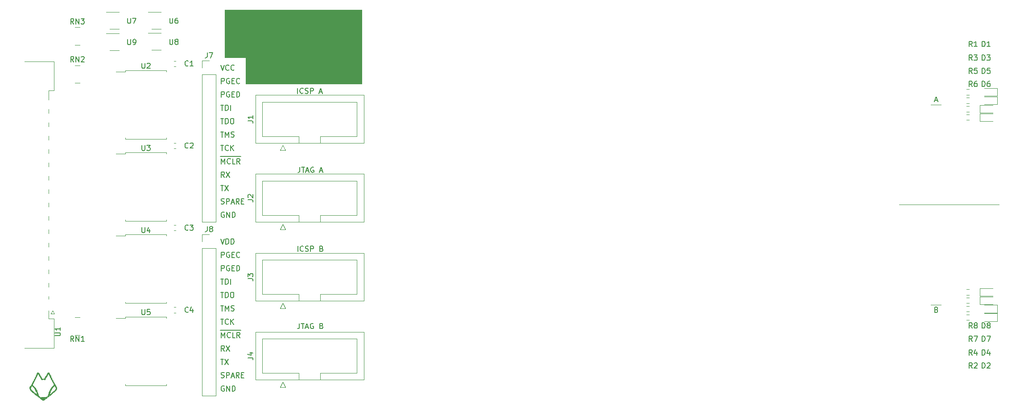
<source format=gbr>
%TF.GenerationSoftware,KiCad,Pcbnew,5.99.0+really5.1.10+dfsg1-1*%
%TF.CreationDate,2021-12-05T23:28:57+01:00*%
%TF.ProjectId,RiserCard,52697365-7243-4617-9264-2e6b69636164,rev?*%
%TF.SameCoordinates,Original*%
%TF.FileFunction,Legend,Top*%
%TF.FilePolarity,Positive*%
%FSLAX46Y46*%
G04 Gerber Fmt 4.6, Leading zero omitted, Abs format (unit mm)*
G04 Created by KiCad (PCBNEW 5.99.0+really5.1.10+dfsg1-1) date 2021-12-05 23:28:57*
%MOMM*%
%LPD*%
G01*
G04 APERTURE LIST*
%ADD10C,0.100000*%
%ADD11C,0.150000*%
%ADD12C,0.120000*%
%ADD13C,0.010000*%
G04 APERTURE END LIST*
D10*
G36*
X104000000Y-55000000D02*
G01*
X82000000Y-55000000D01*
X82000000Y-50000000D01*
X78000000Y-50000000D01*
X78000000Y-41000000D01*
X104000000Y-41000000D01*
X104000000Y-55000000D01*
G37*
X104000000Y-55000000D02*
X82000000Y-55000000D01*
X82000000Y-50000000D01*
X78000000Y-50000000D01*
X78000000Y-41000000D01*
X104000000Y-41000000D01*
X104000000Y-55000000D01*
D11*
X77192738Y-94632380D02*
X77764166Y-94632380D01*
X77478452Y-95632380D02*
X77478452Y-94632380D01*
X78097500Y-95632380D02*
X78097500Y-94632380D01*
X78335595Y-94632380D01*
X78478452Y-94680000D01*
X78573690Y-94775238D01*
X78621309Y-94870476D01*
X78668928Y-95060952D01*
X78668928Y-95203809D01*
X78621309Y-95394285D01*
X78573690Y-95489523D01*
X78478452Y-95584761D01*
X78335595Y-95632380D01*
X78097500Y-95632380D01*
X79287976Y-94632380D02*
X79478452Y-94632380D01*
X79573690Y-94680000D01*
X79668928Y-94775238D01*
X79716547Y-94965714D01*
X79716547Y-95299047D01*
X79668928Y-95489523D01*
X79573690Y-95584761D01*
X79478452Y-95632380D01*
X79287976Y-95632380D01*
X79192738Y-95584761D01*
X79097500Y-95489523D01*
X79049880Y-95299047D01*
X79049880Y-94965714D01*
X79097500Y-94775238D01*
X79192738Y-94680000D01*
X79287976Y-94632380D01*
X77335595Y-90552380D02*
X77335595Y-89552380D01*
X77716547Y-89552380D01*
X77811785Y-89600000D01*
X77859404Y-89647619D01*
X77907023Y-89742857D01*
X77907023Y-89885714D01*
X77859404Y-89980952D01*
X77811785Y-90028571D01*
X77716547Y-90076190D01*
X77335595Y-90076190D01*
X78859404Y-89600000D02*
X78764166Y-89552380D01*
X78621309Y-89552380D01*
X78478452Y-89600000D01*
X78383214Y-89695238D01*
X78335595Y-89790476D01*
X78287976Y-89980952D01*
X78287976Y-90123809D01*
X78335595Y-90314285D01*
X78383214Y-90409523D01*
X78478452Y-90504761D01*
X78621309Y-90552380D01*
X78716547Y-90552380D01*
X78859404Y-90504761D01*
X78907023Y-90457142D01*
X78907023Y-90123809D01*
X78716547Y-90123809D01*
X79335595Y-90028571D02*
X79668928Y-90028571D01*
X79811785Y-90552380D02*
X79335595Y-90552380D01*
X79335595Y-89552380D01*
X79811785Y-89552380D01*
X80240357Y-90552380D02*
X80240357Y-89552380D01*
X80478452Y-89552380D01*
X80621309Y-89600000D01*
X80716547Y-89695238D01*
X80764166Y-89790476D01*
X80811785Y-89980952D01*
X80811785Y-90123809D01*
X80764166Y-90314285D01*
X80716547Y-90409523D01*
X80621309Y-90504761D01*
X80478452Y-90552380D01*
X80240357Y-90552380D01*
X77192738Y-97172380D02*
X77764166Y-97172380D01*
X77478452Y-98172380D02*
X77478452Y-97172380D01*
X78097500Y-98172380D02*
X78097500Y-97172380D01*
X78430833Y-97886666D01*
X78764166Y-97172380D01*
X78764166Y-98172380D01*
X79192738Y-98124761D02*
X79335595Y-98172380D01*
X79573690Y-98172380D01*
X79668928Y-98124761D01*
X79716547Y-98077142D01*
X79764166Y-97981904D01*
X79764166Y-97886666D01*
X79716547Y-97791428D01*
X79668928Y-97743809D01*
X79573690Y-97696190D01*
X79383214Y-97648571D01*
X79287976Y-97600952D01*
X79240357Y-97553333D01*
X79192738Y-97458095D01*
X79192738Y-97362857D01*
X79240357Y-97267619D01*
X79287976Y-97220000D01*
X79383214Y-97172380D01*
X79621309Y-97172380D01*
X79764166Y-97220000D01*
X77192738Y-99712380D02*
X77764166Y-99712380D01*
X77478452Y-100712380D02*
X77478452Y-99712380D01*
X78668928Y-100617142D02*
X78621309Y-100664761D01*
X78478452Y-100712380D01*
X78383214Y-100712380D01*
X78240357Y-100664761D01*
X78145119Y-100569523D01*
X78097500Y-100474285D01*
X78049880Y-100283809D01*
X78049880Y-100140952D01*
X78097500Y-99950476D01*
X78145119Y-99855238D01*
X78240357Y-99760000D01*
X78383214Y-99712380D01*
X78478452Y-99712380D01*
X78621309Y-99760000D01*
X78668928Y-99807619D01*
X79097500Y-100712380D02*
X79097500Y-99712380D01*
X79668928Y-100712380D02*
X79240357Y-100140952D01*
X79668928Y-99712380D02*
X79097500Y-100283809D01*
X77192738Y-84472380D02*
X77526071Y-85472380D01*
X77859404Y-84472380D01*
X78192738Y-85472380D02*
X78192738Y-84472380D01*
X78430833Y-84472380D01*
X78573690Y-84520000D01*
X78668928Y-84615238D01*
X78716547Y-84710476D01*
X78764166Y-84900952D01*
X78764166Y-85043809D01*
X78716547Y-85234285D01*
X78668928Y-85329523D01*
X78573690Y-85424761D01*
X78430833Y-85472380D01*
X78192738Y-85472380D01*
X79192738Y-85472380D02*
X79192738Y-84472380D01*
X79430833Y-84472380D01*
X79573690Y-84520000D01*
X79668928Y-84615238D01*
X79716547Y-84710476D01*
X79764166Y-84900952D01*
X79764166Y-85043809D01*
X79716547Y-85234285D01*
X79668928Y-85329523D01*
X79573690Y-85424761D01*
X79430833Y-85472380D01*
X79192738Y-85472380D01*
X77287976Y-110824761D02*
X77430833Y-110872380D01*
X77668928Y-110872380D01*
X77764166Y-110824761D01*
X77811785Y-110777142D01*
X77859404Y-110681904D01*
X77859404Y-110586666D01*
X77811785Y-110491428D01*
X77764166Y-110443809D01*
X77668928Y-110396190D01*
X77478452Y-110348571D01*
X77383214Y-110300952D01*
X77335595Y-110253333D01*
X77287976Y-110158095D01*
X77287976Y-110062857D01*
X77335595Y-109967619D01*
X77383214Y-109920000D01*
X77478452Y-109872380D01*
X77716547Y-109872380D01*
X77859404Y-109920000D01*
X78287976Y-110872380D02*
X78287976Y-109872380D01*
X78668928Y-109872380D01*
X78764166Y-109920000D01*
X78811785Y-109967619D01*
X78859404Y-110062857D01*
X78859404Y-110205714D01*
X78811785Y-110300952D01*
X78764166Y-110348571D01*
X78668928Y-110396190D01*
X78287976Y-110396190D01*
X79240357Y-110586666D02*
X79716547Y-110586666D01*
X79145119Y-110872380D02*
X79478452Y-109872380D01*
X79811785Y-110872380D01*
X80716547Y-110872380D02*
X80383214Y-110396190D01*
X80145119Y-110872380D02*
X80145119Y-109872380D01*
X80526071Y-109872380D01*
X80621309Y-109920000D01*
X80668928Y-109967619D01*
X80716547Y-110062857D01*
X80716547Y-110205714D01*
X80668928Y-110300952D01*
X80621309Y-110348571D01*
X80526071Y-110396190D01*
X80145119Y-110396190D01*
X81145119Y-110348571D02*
X81478452Y-110348571D01*
X81621309Y-110872380D02*
X81145119Y-110872380D01*
X81145119Y-109872380D01*
X81621309Y-109872380D01*
X77335595Y-88012380D02*
X77335595Y-87012380D01*
X77716547Y-87012380D01*
X77811785Y-87060000D01*
X77859404Y-87107619D01*
X77907023Y-87202857D01*
X77907023Y-87345714D01*
X77859404Y-87440952D01*
X77811785Y-87488571D01*
X77716547Y-87536190D01*
X77335595Y-87536190D01*
X78859404Y-87060000D02*
X78764166Y-87012380D01*
X78621309Y-87012380D01*
X78478452Y-87060000D01*
X78383214Y-87155238D01*
X78335595Y-87250476D01*
X78287976Y-87440952D01*
X78287976Y-87583809D01*
X78335595Y-87774285D01*
X78383214Y-87869523D01*
X78478452Y-87964761D01*
X78621309Y-88012380D01*
X78716547Y-88012380D01*
X78859404Y-87964761D01*
X78907023Y-87917142D01*
X78907023Y-87583809D01*
X78716547Y-87583809D01*
X79335595Y-87488571D02*
X79668928Y-87488571D01*
X79811785Y-88012380D02*
X79335595Y-88012380D01*
X79335595Y-87012380D01*
X79811785Y-87012380D01*
X80811785Y-87917142D02*
X80764166Y-87964761D01*
X80621309Y-88012380D01*
X80526071Y-88012380D01*
X80383214Y-87964761D01*
X80287976Y-87869523D01*
X80240357Y-87774285D01*
X80192738Y-87583809D01*
X80192738Y-87440952D01*
X80240357Y-87250476D01*
X80287976Y-87155238D01*
X80383214Y-87060000D01*
X80526071Y-87012380D01*
X80621309Y-87012380D01*
X80764166Y-87060000D01*
X80811785Y-87107619D01*
X77192738Y-92092380D02*
X77764166Y-92092380D01*
X77478452Y-93092380D02*
X77478452Y-92092380D01*
X78097500Y-93092380D02*
X78097500Y-92092380D01*
X78335595Y-92092380D01*
X78478452Y-92140000D01*
X78573690Y-92235238D01*
X78621309Y-92330476D01*
X78668928Y-92520952D01*
X78668928Y-92663809D01*
X78621309Y-92854285D01*
X78573690Y-92949523D01*
X78478452Y-93044761D01*
X78335595Y-93092380D01*
X78097500Y-93092380D01*
X79097500Y-93092380D02*
X79097500Y-92092380D01*
X77097500Y-101885000D02*
X78240357Y-101885000D01*
X77335595Y-103252380D02*
X77335595Y-102252380D01*
X77668928Y-102966666D01*
X78002261Y-102252380D01*
X78002261Y-103252380D01*
X78240357Y-101885000D02*
X79240357Y-101885000D01*
X79049880Y-103157142D02*
X79002261Y-103204761D01*
X78859404Y-103252380D01*
X78764166Y-103252380D01*
X78621309Y-103204761D01*
X78526071Y-103109523D01*
X78478452Y-103014285D01*
X78430833Y-102823809D01*
X78430833Y-102680952D01*
X78478452Y-102490476D01*
X78526071Y-102395238D01*
X78621309Y-102300000D01*
X78764166Y-102252380D01*
X78859404Y-102252380D01*
X79002261Y-102300000D01*
X79049880Y-102347619D01*
X79240357Y-101885000D02*
X80049880Y-101885000D01*
X79954642Y-103252380D02*
X79478452Y-103252380D01*
X79478452Y-102252380D01*
X80049880Y-101885000D02*
X81049880Y-101885000D01*
X80859404Y-103252380D02*
X80526071Y-102776190D01*
X80287976Y-103252380D02*
X80287976Y-102252380D01*
X80668928Y-102252380D01*
X80764166Y-102300000D01*
X80811785Y-102347619D01*
X80859404Y-102442857D01*
X80859404Y-102585714D01*
X80811785Y-102680952D01*
X80764166Y-102728571D01*
X80668928Y-102776190D01*
X80287976Y-102776190D01*
X77907023Y-105792380D02*
X77573690Y-105316190D01*
X77335595Y-105792380D02*
X77335595Y-104792380D01*
X77716547Y-104792380D01*
X77811785Y-104840000D01*
X77859404Y-104887619D01*
X77907023Y-104982857D01*
X77907023Y-105125714D01*
X77859404Y-105220952D01*
X77811785Y-105268571D01*
X77716547Y-105316190D01*
X77335595Y-105316190D01*
X78240357Y-104792380D02*
X78907023Y-105792380D01*
X78907023Y-104792380D02*
X78240357Y-105792380D01*
X77859404Y-112460000D02*
X77764166Y-112412380D01*
X77621309Y-112412380D01*
X77478452Y-112460000D01*
X77383214Y-112555238D01*
X77335595Y-112650476D01*
X77287976Y-112840952D01*
X77287976Y-112983809D01*
X77335595Y-113174285D01*
X77383214Y-113269523D01*
X77478452Y-113364761D01*
X77621309Y-113412380D01*
X77716547Y-113412380D01*
X77859404Y-113364761D01*
X77907023Y-113317142D01*
X77907023Y-112983809D01*
X77716547Y-112983809D01*
X78335595Y-113412380D02*
X78335595Y-112412380D01*
X78907023Y-113412380D01*
X78907023Y-112412380D01*
X79383214Y-113412380D02*
X79383214Y-112412380D01*
X79621309Y-112412380D01*
X79764166Y-112460000D01*
X79859404Y-112555238D01*
X79907023Y-112650476D01*
X79954642Y-112840952D01*
X79954642Y-112983809D01*
X79907023Y-113174285D01*
X79859404Y-113269523D01*
X79764166Y-113364761D01*
X79621309Y-113412380D01*
X79383214Y-113412380D01*
X77192738Y-107332380D02*
X77764166Y-107332380D01*
X77478452Y-108332380D02*
X77478452Y-107332380D01*
X78002261Y-107332380D02*
X78668928Y-108332380D01*
X78668928Y-107332380D02*
X78002261Y-108332380D01*
X77859404Y-79440000D02*
X77764166Y-79392380D01*
X77621309Y-79392380D01*
X77478452Y-79440000D01*
X77383214Y-79535238D01*
X77335595Y-79630476D01*
X77287976Y-79820952D01*
X77287976Y-79963809D01*
X77335595Y-80154285D01*
X77383214Y-80249523D01*
X77478452Y-80344761D01*
X77621309Y-80392380D01*
X77716547Y-80392380D01*
X77859404Y-80344761D01*
X77907023Y-80297142D01*
X77907023Y-79963809D01*
X77716547Y-79963809D01*
X78335595Y-80392380D02*
X78335595Y-79392380D01*
X78907023Y-80392380D01*
X78907023Y-79392380D01*
X79383214Y-80392380D02*
X79383214Y-79392380D01*
X79621309Y-79392380D01*
X79764166Y-79440000D01*
X79859404Y-79535238D01*
X79907023Y-79630476D01*
X79954642Y-79820952D01*
X79954642Y-79963809D01*
X79907023Y-80154285D01*
X79859404Y-80249523D01*
X79764166Y-80344761D01*
X79621309Y-80392380D01*
X79383214Y-80392380D01*
X77287976Y-77804761D02*
X77430833Y-77852380D01*
X77668928Y-77852380D01*
X77764166Y-77804761D01*
X77811785Y-77757142D01*
X77859404Y-77661904D01*
X77859404Y-77566666D01*
X77811785Y-77471428D01*
X77764166Y-77423809D01*
X77668928Y-77376190D01*
X77478452Y-77328571D01*
X77383214Y-77280952D01*
X77335595Y-77233333D01*
X77287976Y-77138095D01*
X77287976Y-77042857D01*
X77335595Y-76947619D01*
X77383214Y-76900000D01*
X77478452Y-76852380D01*
X77716547Y-76852380D01*
X77859404Y-76900000D01*
X78287976Y-77852380D02*
X78287976Y-76852380D01*
X78668928Y-76852380D01*
X78764166Y-76900000D01*
X78811785Y-76947619D01*
X78859404Y-77042857D01*
X78859404Y-77185714D01*
X78811785Y-77280952D01*
X78764166Y-77328571D01*
X78668928Y-77376190D01*
X78287976Y-77376190D01*
X79240357Y-77566666D02*
X79716547Y-77566666D01*
X79145119Y-77852380D02*
X79478452Y-76852380D01*
X79811785Y-77852380D01*
X80716547Y-77852380D02*
X80383214Y-77376190D01*
X80145119Y-77852380D02*
X80145119Y-76852380D01*
X80526071Y-76852380D01*
X80621309Y-76900000D01*
X80668928Y-76947619D01*
X80716547Y-77042857D01*
X80716547Y-77185714D01*
X80668928Y-77280952D01*
X80621309Y-77328571D01*
X80526071Y-77376190D01*
X80145119Y-77376190D01*
X81145119Y-77328571D02*
X81478452Y-77328571D01*
X81621309Y-77852380D02*
X81145119Y-77852380D01*
X81145119Y-76852380D01*
X81621309Y-76852380D01*
X77192738Y-74312380D02*
X77764166Y-74312380D01*
X77478452Y-75312380D02*
X77478452Y-74312380D01*
X78002261Y-74312380D02*
X78668928Y-75312380D01*
X78668928Y-74312380D02*
X78002261Y-75312380D01*
X77907023Y-72772380D02*
X77573690Y-72296190D01*
X77335595Y-72772380D02*
X77335595Y-71772380D01*
X77716547Y-71772380D01*
X77811785Y-71820000D01*
X77859404Y-71867619D01*
X77907023Y-71962857D01*
X77907023Y-72105714D01*
X77859404Y-72200952D01*
X77811785Y-72248571D01*
X77716547Y-72296190D01*
X77335595Y-72296190D01*
X78240357Y-71772380D02*
X78907023Y-72772380D01*
X78907023Y-71772380D02*
X78240357Y-72772380D01*
X77097500Y-68865000D02*
X78240357Y-68865000D01*
X77335595Y-70232380D02*
X77335595Y-69232380D01*
X77668928Y-69946666D01*
X78002261Y-69232380D01*
X78002261Y-70232380D01*
X78240357Y-68865000D02*
X79240357Y-68865000D01*
X79049880Y-70137142D02*
X79002261Y-70184761D01*
X78859404Y-70232380D01*
X78764166Y-70232380D01*
X78621309Y-70184761D01*
X78526071Y-70089523D01*
X78478452Y-69994285D01*
X78430833Y-69803809D01*
X78430833Y-69660952D01*
X78478452Y-69470476D01*
X78526071Y-69375238D01*
X78621309Y-69280000D01*
X78764166Y-69232380D01*
X78859404Y-69232380D01*
X79002261Y-69280000D01*
X79049880Y-69327619D01*
X79240357Y-68865000D02*
X80049880Y-68865000D01*
X79954642Y-70232380D02*
X79478452Y-70232380D01*
X79478452Y-69232380D01*
X80049880Y-68865000D02*
X81049880Y-68865000D01*
X80859404Y-70232380D02*
X80526071Y-69756190D01*
X80287976Y-70232380D02*
X80287976Y-69232380D01*
X80668928Y-69232380D01*
X80764166Y-69280000D01*
X80811785Y-69327619D01*
X80859404Y-69422857D01*
X80859404Y-69565714D01*
X80811785Y-69660952D01*
X80764166Y-69708571D01*
X80668928Y-69756190D01*
X80287976Y-69756190D01*
X77192738Y-66692380D02*
X77764166Y-66692380D01*
X77478452Y-67692380D02*
X77478452Y-66692380D01*
X78668928Y-67597142D02*
X78621309Y-67644761D01*
X78478452Y-67692380D01*
X78383214Y-67692380D01*
X78240357Y-67644761D01*
X78145119Y-67549523D01*
X78097500Y-67454285D01*
X78049880Y-67263809D01*
X78049880Y-67120952D01*
X78097500Y-66930476D01*
X78145119Y-66835238D01*
X78240357Y-66740000D01*
X78383214Y-66692380D01*
X78478452Y-66692380D01*
X78621309Y-66740000D01*
X78668928Y-66787619D01*
X79097500Y-67692380D02*
X79097500Y-66692380D01*
X79668928Y-67692380D02*
X79240357Y-67120952D01*
X79668928Y-66692380D02*
X79097500Y-67263809D01*
X77192738Y-64152380D02*
X77764166Y-64152380D01*
X77478452Y-65152380D02*
X77478452Y-64152380D01*
X78097500Y-65152380D02*
X78097500Y-64152380D01*
X78430833Y-64866666D01*
X78764166Y-64152380D01*
X78764166Y-65152380D01*
X79192738Y-65104761D02*
X79335595Y-65152380D01*
X79573690Y-65152380D01*
X79668928Y-65104761D01*
X79716547Y-65057142D01*
X79764166Y-64961904D01*
X79764166Y-64866666D01*
X79716547Y-64771428D01*
X79668928Y-64723809D01*
X79573690Y-64676190D01*
X79383214Y-64628571D01*
X79287976Y-64580952D01*
X79240357Y-64533333D01*
X79192738Y-64438095D01*
X79192738Y-64342857D01*
X79240357Y-64247619D01*
X79287976Y-64200000D01*
X79383214Y-64152380D01*
X79621309Y-64152380D01*
X79764166Y-64200000D01*
X77192738Y-61612380D02*
X77764166Y-61612380D01*
X77478452Y-62612380D02*
X77478452Y-61612380D01*
X78097500Y-62612380D02*
X78097500Y-61612380D01*
X78335595Y-61612380D01*
X78478452Y-61660000D01*
X78573690Y-61755238D01*
X78621309Y-61850476D01*
X78668928Y-62040952D01*
X78668928Y-62183809D01*
X78621309Y-62374285D01*
X78573690Y-62469523D01*
X78478452Y-62564761D01*
X78335595Y-62612380D01*
X78097500Y-62612380D01*
X79287976Y-61612380D02*
X79478452Y-61612380D01*
X79573690Y-61660000D01*
X79668928Y-61755238D01*
X79716547Y-61945714D01*
X79716547Y-62279047D01*
X79668928Y-62469523D01*
X79573690Y-62564761D01*
X79478452Y-62612380D01*
X79287976Y-62612380D01*
X79192738Y-62564761D01*
X79097500Y-62469523D01*
X79049880Y-62279047D01*
X79049880Y-61945714D01*
X79097500Y-61755238D01*
X79192738Y-61660000D01*
X79287976Y-61612380D01*
X77192738Y-59072380D02*
X77764166Y-59072380D01*
X77478452Y-60072380D02*
X77478452Y-59072380D01*
X78097500Y-60072380D02*
X78097500Y-59072380D01*
X78335595Y-59072380D01*
X78478452Y-59120000D01*
X78573690Y-59215238D01*
X78621309Y-59310476D01*
X78668928Y-59500952D01*
X78668928Y-59643809D01*
X78621309Y-59834285D01*
X78573690Y-59929523D01*
X78478452Y-60024761D01*
X78335595Y-60072380D01*
X78097500Y-60072380D01*
X79097500Y-60072380D02*
X79097500Y-59072380D01*
X77335595Y-57532380D02*
X77335595Y-56532380D01*
X77716547Y-56532380D01*
X77811785Y-56580000D01*
X77859404Y-56627619D01*
X77907023Y-56722857D01*
X77907023Y-56865714D01*
X77859404Y-56960952D01*
X77811785Y-57008571D01*
X77716547Y-57056190D01*
X77335595Y-57056190D01*
X78859404Y-56580000D02*
X78764166Y-56532380D01*
X78621309Y-56532380D01*
X78478452Y-56580000D01*
X78383214Y-56675238D01*
X78335595Y-56770476D01*
X78287976Y-56960952D01*
X78287976Y-57103809D01*
X78335595Y-57294285D01*
X78383214Y-57389523D01*
X78478452Y-57484761D01*
X78621309Y-57532380D01*
X78716547Y-57532380D01*
X78859404Y-57484761D01*
X78907023Y-57437142D01*
X78907023Y-57103809D01*
X78716547Y-57103809D01*
X79335595Y-57008571D02*
X79668928Y-57008571D01*
X79811785Y-57532380D02*
X79335595Y-57532380D01*
X79335595Y-56532380D01*
X79811785Y-56532380D01*
X80240357Y-57532380D02*
X80240357Y-56532380D01*
X80478452Y-56532380D01*
X80621309Y-56580000D01*
X80716547Y-56675238D01*
X80764166Y-56770476D01*
X80811785Y-56960952D01*
X80811785Y-57103809D01*
X80764166Y-57294285D01*
X80716547Y-57389523D01*
X80621309Y-57484761D01*
X80478452Y-57532380D01*
X80240357Y-57532380D01*
X77335595Y-54992380D02*
X77335595Y-53992380D01*
X77716547Y-53992380D01*
X77811785Y-54040000D01*
X77859404Y-54087619D01*
X77907023Y-54182857D01*
X77907023Y-54325714D01*
X77859404Y-54420952D01*
X77811785Y-54468571D01*
X77716547Y-54516190D01*
X77335595Y-54516190D01*
X78859404Y-54040000D02*
X78764166Y-53992380D01*
X78621309Y-53992380D01*
X78478452Y-54040000D01*
X78383214Y-54135238D01*
X78335595Y-54230476D01*
X78287976Y-54420952D01*
X78287976Y-54563809D01*
X78335595Y-54754285D01*
X78383214Y-54849523D01*
X78478452Y-54944761D01*
X78621309Y-54992380D01*
X78716547Y-54992380D01*
X78859404Y-54944761D01*
X78907023Y-54897142D01*
X78907023Y-54563809D01*
X78716547Y-54563809D01*
X79335595Y-54468571D02*
X79668928Y-54468571D01*
X79811785Y-54992380D02*
X79335595Y-54992380D01*
X79335595Y-53992380D01*
X79811785Y-53992380D01*
X80811785Y-54897142D02*
X80764166Y-54944761D01*
X80621309Y-54992380D01*
X80526071Y-54992380D01*
X80383214Y-54944761D01*
X80287976Y-54849523D01*
X80240357Y-54754285D01*
X80192738Y-54563809D01*
X80192738Y-54420952D01*
X80240357Y-54230476D01*
X80287976Y-54135238D01*
X80383214Y-54040000D01*
X80526071Y-53992380D01*
X80621309Y-53992380D01*
X80764166Y-54040000D01*
X80811785Y-54087619D01*
X77192738Y-51452380D02*
X77526071Y-52452380D01*
X77859404Y-51452380D01*
X78764166Y-52357142D02*
X78716547Y-52404761D01*
X78573690Y-52452380D01*
X78478452Y-52452380D01*
X78335595Y-52404761D01*
X78240357Y-52309523D01*
X78192738Y-52214285D01*
X78145119Y-52023809D01*
X78145119Y-51880952D01*
X78192738Y-51690476D01*
X78240357Y-51595238D01*
X78335595Y-51500000D01*
X78478452Y-51452380D01*
X78573690Y-51452380D01*
X78716547Y-51500000D01*
X78764166Y-51547619D01*
X79764166Y-52357142D02*
X79716547Y-52404761D01*
X79573690Y-52452380D01*
X79478452Y-52452380D01*
X79335595Y-52404761D01*
X79240357Y-52309523D01*
X79192738Y-52214285D01*
X79145119Y-52023809D01*
X79145119Y-51880952D01*
X79192738Y-51690476D01*
X79240357Y-51595238D01*
X79335595Y-51500000D01*
X79478452Y-51452380D01*
X79573690Y-51452380D01*
X79716547Y-51500000D01*
X79764166Y-51547619D01*
X92152380Y-100552380D02*
X92152380Y-101266666D01*
X92104761Y-101409523D01*
X92009523Y-101504761D01*
X91866666Y-101552380D01*
X91771428Y-101552380D01*
X92485714Y-100552380D02*
X93057142Y-100552380D01*
X92771428Y-101552380D02*
X92771428Y-100552380D01*
X93342857Y-101266666D02*
X93819047Y-101266666D01*
X93247619Y-101552380D02*
X93580952Y-100552380D01*
X93914285Y-101552380D01*
X94771428Y-100600000D02*
X94676190Y-100552380D01*
X94533333Y-100552380D01*
X94390476Y-100600000D01*
X94295238Y-100695238D01*
X94247619Y-100790476D01*
X94200000Y-100980952D01*
X94200000Y-101123809D01*
X94247619Y-101314285D01*
X94295238Y-101409523D01*
X94390476Y-101504761D01*
X94533333Y-101552380D01*
X94628571Y-101552380D01*
X94771428Y-101504761D01*
X94819047Y-101457142D01*
X94819047Y-101123809D01*
X94628571Y-101123809D01*
X96342857Y-101028571D02*
X96485714Y-101076190D01*
X96533333Y-101123809D01*
X96580952Y-101219047D01*
X96580952Y-101361904D01*
X96533333Y-101457142D01*
X96485714Y-101504761D01*
X96390476Y-101552380D01*
X96009523Y-101552380D01*
X96009523Y-100552380D01*
X96342857Y-100552380D01*
X96438095Y-100600000D01*
X96485714Y-100647619D01*
X96533333Y-100742857D01*
X96533333Y-100838095D01*
X96485714Y-100933333D01*
X96438095Y-100980952D01*
X96342857Y-101028571D01*
X96009523Y-101028571D01*
X91842857Y-86852380D02*
X91842857Y-85852380D01*
X92890476Y-86757142D02*
X92842857Y-86804761D01*
X92700000Y-86852380D01*
X92604761Y-86852380D01*
X92461904Y-86804761D01*
X92366666Y-86709523D01*
X92319047Y-86614285D01*
X92271428Y-86423809D01*
X92271428Y-86280952D01*
X92319047Y-86090476D01*
X92366666Y-85995238D01*
X92461904Y-85900000D01*
X92604761Y-85852380D01*
X92700000Y-85852380D01*
X92842857Y-85900000D01*
X92890476Y-85947619D01*
X93271428Y-86804761D02*
X93414285Y-86852380D01*
X93652380Y-86852380D01*
X93747619Y-86804761D01*
X93795238Y-86757142D01*
X93842857Y-86661904D01*
X93842857Y-86566666D01*
X93795238Y-86471428D01*
X93747619Y-86423809D01*
X93652380Y-86376190D01*
X93461904Y-86328571D01*
X93366666Y-86280952D01*
X93319047Y-86233333D01*
X93271428Y-86138095D01*
X93271428Y-86042857D01*
X93319047Y-85947619D01*
X93366666Y-85900000D01*
X93461904Y-85852380D01*
X93700000Y-85852380D01*
X93842857Y-85900000D01*
X94271428Y-86852380D02*
X94271428Y-85852380D01*
X94652380Y-85852380D01*
X94747619Y-85900000D01*
X94795238Y-85947619D01*
X94842857Y-86042857D01*
X94842857Y-86185714D01*
X94795238Y-86280952D01*
X94747619Y-86328571D01*
X94652380Y-86376190D01*
X94271428Y-86376190D01*
X96366666Y-86328571D02*
X96509523Y-86376190D01*
X96557142Y-86423809D01*
X96604761Y-86519047D01*
X96604761Y-86661904D01*
X96557142Y-86757142D01*
X96509523Y-86804761D01*
X96414285Y-86852380D01*
X96033333Y-86852380D01*
X96033333Y-85852380D01*
X96366666Y-85852380D01*
X96461904Y-85900000D01*
X96509523Y-85947619D01*
X96557142Y-86042857D01*
X96557142Y-86138095D01*
X96509523Y-86233333D01*
X96461904Y-86280952D01*
X96366666Y-86328571D01*
X96033333Y-86328571D01*
X92223809Y-70852380D02*
X92223809Y-71566666D01*
X92176190Y-71709523D01*
X92080952Y-71804761D01*
X91938095Y-71852380D01*
X91842857Y-71852380D01*
X92557142Y-70852380D02*
X93128571Y-70852380D01*
X92842857Y-71852380D02*
X92842857Y-70852380D01*
X93414285Y-71566666D02*
X93890476Y-71566666D01*
X93319047Y-71852380D02*
X93652380Y-70852380D01*
X93985714Y-71852380D01*
X94842857Y-70900000D02*
X94747619Y-70852380D01*
X94604761Y-70852380D01*
X94461904Y-70900000D01*
X94366666Y-70995238D01*
X94319047Y-71090476D01*
X94271428Y-71280952D01*
X94271428Y-71423809D01*
X94319047Y-71614285D01*
X94366666Y-71709523D01*
X94461904Y-71804761D01*
X94604761Y-71852380D01*
X94700000Y-71852380D01*
X94842857Y-71804761D01*
X94890476Y-71757142D01*
X94890476Y-71423809D01*
X94700000Y-71423809D01*
X96033333Y-71566666D02*
X96509523Y-71566666D01*
X95938095Y-71852380D02*
X96271428Y-70852380D01*
X96604761Y-71852380D01*
X91814285Y-56852380D02*
X91814285Y-55852380D01*
X92861904Y-56757142D02*
X92814285Y-56804761D01*
X92671428Y-56852380D01*
X92576190Y-56852380D01*
X92433333Y-56804761D01*
X92338095Y-56709523D01*
X92290476Y-56614285D01*
X92242857Y-56423809D01*
X92242857Y-56280952D01*
X92290476Y-56090476D01*
X92338095Y-55995238D01*
X92433333Y-55900000D01*
X92576190Y-55852380D01*
X92671428Y-55852380D01*
X92814285Y-55900000D01*
X92861904Y-55947619D01*
X93242857Y-56804761D02*
X93385714Y-56852380D01*
X93623809Y-56852380D01*
X93719047Y-56804761D01*
X93766666Y-56757142D01*
X93814285Y-56661904D01*
X93814285Y-56566666D01*
X93766666Y-56471428D01*
X93719047Y-56423809D01*
X93623809Y-56376190D01*
X93433333Y-56328571D01*
X93338095Y-56280952D01*
X93290476Y-56233333D01*
X93242857Y-56138095D01*
X93242857Y-56042857D01*
X93290476Y-55947619D01*
X93338095Y-55900000D01*
X93433333Y-55852380D01*
X93671428Y-55852380D01*
X93814285Y-55900000D01*
X94242857Y-56852380D02*
X94242857Y-55852380D01*
X94623809Y-55852380D01*
X94719047Y-55900000D01*
X94766666Y-55947619D01*
X94814285Y-56042857D01*
X94814285Y-56185714D01*
X94766666Y-56280952D01*
X94719047Y-56328571D01*
X94623809Y-56376190D01*
X94242857Y-56376190D01*
X95957142Y-56566666D02*
X96433333Y-56566666D01*
X95861904Y-56852380D02*
X96195238Y-55852380D01*
X96528571Y-56852380D01*
X213071428Y-97928571D02*
X213214285Y-97976190D01*
X213261904Y-98023809D01*
X213309523Y-98119047D01*
X213309523Y-98261904D01*
X213261904Y-98357142D01*
X213214285Y-98404761D01*
X213119047Y-98452380D01*
X212738095Y-98452380D01*
X212738095Y-97452380D01*
X213071428Y-97452380D01*
X213166666Y-97500000D01*
X213214285Y-97547619D01*
X213261904Y-97642857D01*
X213261904Y-97738095D01*
X213214285Y-97833333D01*
X213166666Y-97880952D01*
X213071428Y-97928571D01*
X212738095Y-97928571D01*
X212761904Y-58166666D02*
X213238095Y-58166666D01*
X212666666Y-58452380D02*
X213000000Y-57452380D01*
X213333333Y-58452380D01*
D12*
X212000000Y-97000000D02*
X214000000Y-97000000D01*
X214000000Y-59000000D02*
X212000000Y-59000000D01*
X225000000Y-78000000D02*
X206000000Y-78000000D01*
%TO.C,J8*%
X73670000Y-114290000D02*
X76330000Y-114290000D01*
X73670000Y-86290000D02*
X73670000Y-114290000D01*
X76330000Y-86290000D02*
X76330000Y-114290000D01*
X73670000Y-86290000D02*
X76330000Y-86290000D01*
X73670000Y-85020000D02*
X73670000Y-83690000D01*
X73670000Y-83690000D02*
X75000000Y-83690000D01*
%TO.C,J7*%
X73670000Y-81270000D02*
X76330000Y-81270000D01*
X73670000Y-53270000D02*
X73670000Y-81270000D01*
X76330000Y-53270000D02*
X76330000Y-81270000D01*
X73670000Y-53270000D02*
X76330000Y-53270000D01*
X73670000Y-52000000D02*
X73670000Y-50670000D01*
X73670000Y-50670000D02*
X75000000Y-50670000D01*
%TO.C,R8*%
X218745276Y-94077500D02*
X219254724Y-94077500D01*
X218745276Y-95122500D02*
X219254724Y-95122500D01*
%TO.C,R7*%
X218745276Y-95677500D02*
X219254724Y-95677500D01*
X218745276Y-96722500D02*
X219254724Y-96722500D01*
%TO.C,R6*%
X218745276Y-60877500D02*
X219254724Y-60877500D01*
X218745276Y-61922500D02*
X219254724Y-61922500D01*
%TO.C,R5*%
X218745276Y-59277500D02*
X219254724Y-59277500D01*
X218745276Y-60322500D02*
X219254724Y-60322500D01*
%TO.C,R4*%
X219254724Y-98322500D02*
X218745276Y-98322500D01*
X219254724Y-97277500D02*
X218745276Y-97277500D01*
%TO.C,R3*%
X219254724Y-58722500D02*
X218745276Y-58722500D01*
X219254724Y-57677500D02*
X218745276Y-57677500D01*
%TO.C,R2*%
X219254724Y-99922500D02*
X218745276Y-99922500D01*
X219254724Y-98877500D02*
X218745276Y-98877500D01*
%TO.C,R1*%
X219254724Y-57122500D02*
X218745276Y-57122500D01*
X219254724Y-56077500D02*
X218745276Y-56077500D01*
%TO.C,D8*%
X223800000Y-93865000D02*
X221340000Y-93865000D01*
X221340000Y-93865000D02*
X221340000Y-95335000D01*
X221340000Y-95335000D02*
X223800000Y-95335000D01*
%TO.C,D7*%
X223800000Y-95465000D02*
X221340000Y-95465000D01*
X221340000Y-95465000D02*
X221340000Y-96935000D01*
X221340000Y-96935000D02*
X223800000Y-96935000D01*
%TO.C,D6*%
X223800000Y-60665000D02*
X221340000Y-60665000D01*
X221340000Y-60665000D02*
X221340000Y-62135000D01*
X221340000Y-62135000D02*
X223800000Y-62135000D01*
%TO.C,D5*%
X223800000Y-59065000D02*
X221340000Y-59065000D01*
X221340000Y-59065000D02*
X221340000Y-60535000D01*
X221340000Y-60535000D02*
X223800000Y-60535000D01*
%TO.C,D4*%
X222200000Y-98535000D02*
X224660000Y-98535000D01*
X224660000Y-98535000D02*
X224660000Y-97065000D01*
X224660000Y-97065000D02*
X222200000Y-97065000D01*
%TO.C,D3*%
X222200000Y-58935000D02*
X224660000Y-58935000D01*
X224660000Y-58935000D02*
X224660000Y-57465000D01*
X224660000Y-57465000D02*
X222200000Y-57465000D01*
%TO.C,D2*%
X222200000Y-100135000D02*
X224660000Y-100135000D01*
X224660000Y-100135000D02*
X224660000Y-98665000D01*
X224660000Y-98665000D02*
X222200000Y-98665000D01*
%TO.C,D1*%
X222200000Y-57335000D02*
X224660000Y-57335000D01*
X224660000Y-57335000D02*
X224660000Y-55865000D01*
X224660000Y-55865000D02*
X222200000Y-55865000D01*
%TO.C,U9*%
X56100000Y-48660000D02*
X57900000Y-48660000D01*
X57900000Y-45440000D02*
X55450000Y-45440000D01*
%TO.C,U8*%
X64100000Y-48610000D02*
X65900000Y-48610000D01*
X65900000Y-45390000D02*
X63450000Y-45390000D01*
%TO.C,U7*%
X56100000Y-44610000D02*
X57900000Y-44610000D01*
X57900000Y-41390000D02*
X55450000Y-41390000D01*
%TO.C,U6*%
X64100000Y-44610000D02*
X65900000Y-44610000D01*
X65900000Y-41390000D02*
X63450000Y-41390000D01*
%TO.C,U5*%
X63000000Y-112310000D02*
X66860000Y-112310000D01*
X66860000Y-112310000D02*
X66860000Y-112075000D01*
X63000000Y-112310000D02*
X59140000Y-112310000D01*
X59140000Y-112310000D02*
X59140000Y-112075000D01*
X63000000Y-99290000D02*
X66860000Y-99290000D01*
X66860000Y-99290000D02*
X66860000Y-99525000D01*
X63000000Y-99290000D02*
X59140000Y-99290000D01*
X59140000Y-99290000D02*
X59140000Y-99525000D01*
X59140000Y-99525000D02*
X57325000Y-99525000D01*
%TO.C,U4*%
X63000000Y-96710000D02*
X66860000Y-96710000D01*
X66860000Y-96710000D02*
X66860000Y-96475000D01*
X63000000Y-96710000D02*
X59140000Y-96710000D01*
X59140000Y-96710000D02*
X59140000Y-96475000D01*
X63000000Y-83690000D02*
X66860000Y-83690000D01*
X66860000Y-83690000D02*
X66860000Y-83925000D01*
X63000000Y-83690000D02*
X59140000Y-83690000D01*
X59140000Y-83690000D02*
X59140000Y-83925000D01*
X59140000Y-83925000D02*
X57325000Y-83925000D01*
%TO.C,U3*%
X63000000Y-81110000D02*
X66860000Y-81110000D01*
X66860000Y-81110000D02*
X66860000Y-80875000D01*
X63000000Y-81110000D02*
X59140000Y-81110000D01*
X59140000Y-81110000D02*
X59140000Y-80875000D01*
X63000000Y-68090000D02*
X66860000Y-68090000D01*
X66860000Y-68090000D02*
X66860000Y-68325000D01*
X63000000Y-68090000D02*
X59140000Y-68090000D01*
X59140000Y-68090000D02*
X59140000Y-68325000D01*
X59140000Y-68325000D02*
X57325000Y-68325000D01*
%TO.C,U2*%
X63000000Y-65510000D02*
X66860000Y-65510000D01*
X66860000Y-65510000D02*
X66860000Y-65275000D01*
X63000000Y-65510000D02*
X59140000Y-65510000D01*
X59140000Y-65510000D02*
X59140000Y-65275000D01*
X63000000Y-52490000D02*
X66860000Y-52490000D01*
X66860000Y-52490000D02*
X66860000Y-52725000D01*
X63000000Y-52490000D02*
X59140000Y-52490000D01*
X59140000Y-52490000D02*
X59140000Y-52725000D01*
X59140000Y-52725000D02*
X57325000Y-52725000D01*
%TO.C,RN3*%
X50500000Y-47680000D02*
X49500000Y-47680000D01*
X50500000Y-44320000D02*
X49500000Y-44320000D01*
%TO.C,RN2*%
X50500000Y-54880000D02*
X49500000Y-54880000D01*
X50500000Y-51520000D02*
X49500000Y-51520000D01*
%TO.C,RN1*%
X50500000Y-102780000D02*
X49500000Y-102780000D01*
X50500000Y-99420000D02*
X49500000Y-99420000D01*
D13*
%TO.C,MARK1*%
G36*
X42634364Y-109926219D02*
G01*
X42656629Y-109954776D01*
X42683419Y-109994820D01*
X42709821Y-110038891D01*
X42716278Y-110050573D01*
X42730577Y-110076624D01*
X42754039Y-110118928D01*
X42785441Y-110175295D01*
X42823557Y-110243535D01*
X42867164Y-110321460D01*
X42915037Y-110406878D01*
X42965952Y-110497602D01*
X43018685Y-110591440D01*
X43022175Y-110597646D01*
X43282568Y-111060667D01*
X43717432Y-111060667D01*
X43977825Y-110597646D01*
X44030634Y-110503679D01*
X44081706Y-110412685D01*
X44129816Y-110326851D01*
X44173740Y-110248369D01*
X44212254Y-110179427D01*
X44244133Y-110122215D01*
X44268153Y-110078922D01*
X44283089Y-110051739D01*
X44283722Y-110050573D01*
X44309171Y-110006695D01*
X44336341Y-109964821D01*
X44360320Y-109932409D01*
X44365635Y-109926219D01*
X44402046Y-109885917D01*
X44588252Y-109885917D01*
X44619671Y-109928639D01*
X44630485Y-109946772D01*
X44649174Y-109982005D01*
X44674702Y-110032235D01*
X44706035Y-110095363D01*
X44742139Y-110169286D01*
X44781979Y-110251903D01*
X44824521Y-110341113D01*
X44865860Y-110428702D01*
X44939077Y-110584583D01*
X45004269Y-110723210D01*
X45062409Y-110846488D01*
X45114472Y-110956324D01*
X45161430Y-111054623D01*
X45204256Y-111143289D01*
X45243923Y-111224229D01*
X45281404Y-111299347D01*
X45317673Y-111370550D01*
X45353702Y-111439742D01*
X45390465Y-111508830D01*
X45428934Y-111579718D01*
X45470083Y-111654313D01*
X45514884Y-111734518D01*
X45564312Y-111822241D01*
X45619338Y-111919386D01*
X45680936Y-112027859D01*
X45696641Y-112055500D01*
X46066458Y-112706375D01*
X46069988Y-112824352D01*
X46071068Y-112879398D01*
X46069906Y-112919998D01*
X46065687Y-112952826D01*
X46057598Y-112984555D01*
X46046433Y-113017415D01*
X46000529Y-113126189D01*
X45943644Y-113225673D01*
X45872274Y-113321427D01*
X45813016Y-113387952D01*
X45796807Y-113402980D01*
X45765108Y-113430335D01*
X45718981Y-113469151D01*
X45659488Y-113518563D01*
X45587690Y-113577704D01*
X45504650Y-113645708D01*
X45411430Y-113721711D01*
X45309092Y-113804845D01*
X45198698Y-113894246D01*
X45081309Y-113989046D01*
X44957989Y-114088382D01*
X44829799Y-114191386D01*
X44697801Y-114297193D01*
X44693340Y-114300764D01*
X43637722Y-115145833D01*
X43497423Y-115145044D01*
X43357125Y-115144255D01*
X42316371Y-114310315D01*
X42185376Y-114205272D01*
X42058222Y-114103155D01*
X41935970Y-114004826D01*
X41819684Y-113911144D01*
X41710424Y-113822971D01*
X41609252Y-113741166D01*
X41517231Y-113666590D01*
X41435422Y-113600104D01*
X41364888Y-113542568D01*
X41306689Y-113494844D01*
X41261889Y-113457791D01*
X41231549Y-113432270D01*
X41217055Y-113419458D01*
X41173600Y-113373535D01*
X41126863Y-113318039D01*
X41081243Y-113258743D01*
X41041140Y-113201417D01*
X41010956Y-113151835D01*
X41006372Y-113143111D01*
X40989128Y-113105975D01*
X40969621Y-113059369D01*
X40953475Y-113017161D01*
X40941277Y-112980857D01*
X40933665Y-112949349D01*
X40929829Y-112915969D01*
X40928958Y-112874052D01*
X40929332Y-112856399D01*
X41081930Y-112856399D01*
X41093404Y-112901650D01*
X41115794Y-112956425D01*
X41147365Y-113017723D01*
X41186383Y-113082544D01*
X41231111Y-113147886D01*
X41279816Y-113210749D01*
X41330762Y-113268131D01*
X41352934Y-113290380D01*
X41367610Y-113303272D01*
X41396416Y-113327443D01*
X41437658Y-113361528D01*
X41489642Y-113404160D01*
X41550675Y-113453974D01*
X41619063Y-113509603D01*
X41693112Y-113569681D01*
X41771128Y-113632842D01*
X41851418Y-113697720D01*
X41932289Y-113762949D01*
X42012045Y-113827163D01*
X42088995Y-113888996D01*
X42161443Y-113947081D01*
X42227696Y-114000054D01*
X42286061Y-114046546D01*
X42334844Y-114085193D01*
X42372351Y-114114629D01*
X42396889Y-114133486D01*
X42406763Y-114140400D01*
X42406824Y-114140409D01*
X42404406Y-114131015D01*
X42396249Y-114105247D01*
X42383536Y-114066730D01*
X42367453Y-114019094D01*
X42362355Y-114004171D01*
X42294510Y-113821984D01*
X42213700Y-113632040D01*
X42122511Y-113439371D01*
X42023527Y-113249012D01*
X41919334Y-113065995D01*
X41812518Y-112895356D01*
X41734346Y-112781462D01*
X41692445Y-112726903D01*
X41642045Y-112667398D01*
X41586856Y-112606799D01*
X41530589Y-112548958D01*
X41476952Y-112497729D01*
X41429656Y-112456964D01*
X41402518Y-112436858D01*
X41370110Y-112415962D01*
X41344381Y-112400747D01*
X41330457Y-112394225D01*
X41329916Y-112394167D01*
X41322635Y-112402913D01*
X41306940Y-112427064D01*
X41284634Y-112463484D01*
X41257518Y-112509037D01*
X41227395Y-112560588D01*
X41196064Y-112615003D01*
X41165329Y-112669146D01*
X41136990Y-112719881D01*
X41112849Y-112764075D01*
X41094708Y-112798591D01*
X41084367Y-112820295D01*
X41083108Y-112823674D01*
X41081930Y-112856399D01*
X40929332Y-112856399D01*
X40930012Y-112824352D01*
X40933542Y-112706375D01*
X41204453Y-112229573D01*
X41418055Y-112229573D01*
X41425732Y-112239257D01*
X41448100Y-112254089D01*
X41480378Y-112270916D01*
X41481555Y-112271468D01*
X41510990Y-112287084D01*
X41541240Y-112307561D01*
X41575465Y-112335517D01*
X41616826Y-112373571D01*
X41668483Y-112424339D01*
X41679667Y-112435582D01*
X41776478Y-112540020D01*
X41869592Y-112654886D01*
X41960481Y-112782349D01*
X42050615Y-112924580D01*
X42141467Y-113083748D01*
X42217804Y-113228958D01*
X42303159Y-113401904D01*
X42376437Y-113561877D01*
X42438974Y-113712277D01*
X42492104Y-113856507D01*
X42537165Y-113997967D01*
X42575273Y-114139175D01*
X42589089Y-114194181D01*
X42601604Y-114242257D01*
X42611761Y-114279466D01*
X42618499Y-114301870D01*
X42620173Y-114306148D01*
X42630102Y-114316129D01*
X42654115Y-114337159D01*
X42689709Y-114367138D01*
X42734379Y-114403968D01*
X42785622Y-114445551D01*
X42806792Y-114462558D01*
X42870916Y-114513358D01*
X42920740Y-114551430D01*
X42957939Y-114577928D01*
X42984191Y-114594004D01*
X43001173Y-114600812D01*
X43007875Y-114600860D01*
X43028840Y-114595196D01*
X43062589Y-114586194D01*
X43097833Y-114576855D01*
X43120326Y-114571649D01*
X43145749Y-114567525D01*
X43176709Y-114564369D01*
X43215813Y-114562067D01*
X43265667Y-114560506D01*
X43328877Y-114559573D01*
X43408052Y-114559155D01*
X43505292Y-114559137D01*
X43600183Y-114559348D01*
X43676657Y-114559802D01*
X43737465Y-114560654D01*
X43785357Y-114562057D01*
X43823081Y-114564165D01*
X43853390Y-114567134D01*
X43879031Y-114571116D01*
X43902756Y-114576267D01*
X43927315Y-114582740D01*
X43927571Y-114582811D01*
X43969691Y-114593081D01*
X44002592Y-114598358D01*
X44021299Y-114597896D01*
X44022821Y-114597110D01*
X44060294Y-114567994D01*
X44104835Y-114532772D01*
X44153630Y-114493740D01*
X44203859Y-114453197D01*
X44252708Y-114413438D01*
X44297358Y-114376759D01*
X44334993Y-114345459D01*
X44362796Y-114321832D01*
X44377950Y-114308177D01*
X44379827Y-114306043D01*
X44384611Y-114291916D01*
X44393306Y-114261147D01*
X44404853Y-114217671D01*
X44418194Y-114165421D01*
X44424727Y-114139175D01*
X44426431Y-114132864D01*
X44601986Y-114132864D01*
X44603317Y-114132702D01*
X44613751Y-114124405D01*
X44639244Y-114104059D01*
X44678327Y-114072837D01*
X44729532Y-114031915D01*
X44791391Y-113982465D01*
X44862433Y-113925662D01*
X44941191Y-113862680D01*
X45026196Y-113794694D01*
X45115979Y-113722876D01*
X45119250Y-113720259D01*
X45232870Y-113629221D01*
X45331212Y-113550022D01*
X45415654Y-113481440D01*
X45487569Y-113422246D01*
X45548333Y-113371216D01*
X45599322Y-113327124D01*
X45641910Y-113288745D01*
X45677474Y-113254853D01*
X45707389Y-113224221D01*
X45733029Y-113195626D01*
X45755770Y-113167840D01*
X45776988Y-113139638D01*
X45787866Y-113124417D01*
X45826905Y-113064520D01*
X45860982Y-113003627D01*
X45888539Y-112945366D01*
X45908022Y-112893362D01*
X45917874Y-112851242D01*
X45916892Y-112823674D01*
X45909083Y-112806159D01*
X45892964Y-112774946D01*
X45870336Y-112733169D01*
X45843000Y-112683965D01*
X45812760Y-112630467D01*
X45781415Y-112575811D01*
X45750767Y-112523133D01*
X45722619Y-112475567D01*
X45698771Y-112436249D01*
X45681026Y-112408313D01*
X45671184Y-112394895D01*
X45670083Y-112394167D01*
X45657603Y-112399666D01*
X45632813Y-112414157D01*
X45600836Y-112434625D01*
X45597481Y-112436858D01*
X45556766Y-112468097D01*
X45507135Y-112512474D01*
X45452300Y-112566135D01*
X45395969Y-112625228D01*
X45341852Y-112685902D01*
X45293658Y-112744303D01*
X45265653Y-112781462D01*
X45158096Y-112940582D01*
X45051350Y-113115768D01*
X44947996Y-113301993D01*
X44850614Y-113494230D01*
X44761787Y-113687453D01*
X44684094Y-113876634D01*
X44637202Y-114005464D01*
X44621175Y-114054151D01*
X44609388Y-114093774D01*
X44602704Y-114121092D01*
X44601986Y-114132864D01*
X44426431Y-114132864D01*
X44463090Y-113997098D01*
X44508196Y-113855632D01*
X44561381Y-113711374D01*
X44623979Y-113560925D01*
X44697327Y-113400883D01*
X44782196Y-113228958D01*
X44874742Y-113054226D01*
X44965359Y-112898216D01*
X45055520Y-112758759D01*
X45146696Y-112633685D01*
X45240357Y-112520824D01*
X45320333Y-112435582D01*
X45374292Y-112382115D01*
X45417357Y-112341858D01*
X45452690Y-112312194D01*
X45483449Y-112290503D01*
X45512795Y-112274169D01*
X45518444Y-112271468D01*
X45550968Y-112254629D01*
X45573738Y-112239680D01*
X45581975Y-112229777D01*
X45581944Y-112229573D01*
X45576363Y-112218166D01*
X45561452Y-112190436D01*
X45538361Y-112148453D01*
X45508243Y-112094285D01*
X45472246Y-112029999D01*
X45431523Y-111957663D01*
X45387223Y-111879346D01*
X45378774Y-111864448D01*
X45326831Y-111772187D01*
X45278780Y-111685150D01*
X45233036Y-111600230D01*
X45188010Y-111514317D01*
X45142115Y-111424304D01*
X45093766Y-111327083D01*
X45041375Y-111219545D01*
X44983355Y-111098583D01*
X44925168Y-110976000D01*
X44876291Y-110872556D01*
X44828680Y-110771619D01*
X44783379Y-110675412D01*
X44741429Y-110586154D01*
X44703872Y-110506067D01*
X44671750Y-110437372D01*
X44646107Y-110382290D01*
X44627983Y-110343041D01*
X44622233Y-110330417D01*
X44597031Y-110275500D01*
X44569922Y-110217866D01*
X44544907Y-110165963D01*
X44532322Y-110140601D01*
X44492592Y-110061910D01*
X44473032Y-110087684D01*
X44461697Y-110105586D01*
X44442877Y-110138584D01*
X44418655Y-110182892D01*
X44391110Y-110234724D01*
X44371609Y-110272208D01*
X44343760Y-110325649D01*
X44318604Y-110372868D01*
X44297994Y-110410471D01*
X44283779Y-110435066D01*
X44278519Y-110442841D01*
X44271083Y-110454369D01*
X44254477Y-110482393D01*
X44229840Y-110524922D01*
X44198309Y-110579966D01*
X44161023Y-110645533D01*
X44119119Y-110719633D01*
X44073737Y-110800275D01*
X44050333Y-110842004D01*
X43833375Y-111229285D01*
X43773037Y-111229642D01*
X43726263Y-111226844D01*
X43675167Y-111219326D01*
X43651751Y-111214125D01*
X43591194Y-111203598D01*
X43519323Y-111199058D01*
X43445128Y-111200503D01*
X43377598Y-111207934D01*
X43348249Y-111214125D01*
X43301234Y-111223326D01*
X43250212Y-111228873D01*
X43226963Y-111229642D01*
X43166625Y-111229285D01*
X42949667Y-110842004D01*
X42902983Y-110758861D01*
X42859214Y-110681273D01*
X42819500Y-110611233D01*
X42784978Y-110550731D01*
X42756786Y-110501757D01*
X42736062Y-110466304D01*
X42723944Y-110446361D01*
X42721481Y-110442841D01*
X42713073Y-110429824D01*
X42696925Y-110401333D01*
X42674886Y-110360762D01*
X42648810Y-110311503D01*
X42628390Y-110272208D01*
X42599777Y-110217429D01*
X42573075Y-110167608D01*
X42550367Y-110126531D01*
X42533732Y-110097985D01*
X42526968Y-110087684D01*
X42507408Y-110061910D01*
X42467678Y-110140601D01*
X42445928Y-110184806D01*
X42419628Y-110239926D01*
X42392782Y-110297511D01*
X42377767Y-110330417D01*
X42363647Y-110361225D01*
X42341504Y-110408939D01*
X42312380Y-110471339D01*
X42277318Y-110546203D01*
X42237359Y-110631310D01*
X42193545Y-110724439D01*
X42146919Y-110823369D01*
X42098524Y-110925880D01*
X42074831Y-110976000D01*
X42010407Y-111111661D01*
X41953035Y-111231108D01*
X41901130Y-111337447D01*
X41853105Y-111433789D01*
X41807372Y-111523240D01*
X41762345Y-111608908D01*
X41716437Y-111693903D01*
X41668062Y-111781331D01*
X41621226Y-111864448D01*
X41576394Y-111943641D01*
X41534926Y-112017232D01*
X41497973Y-112083154D01*
X41466687Y-112139340D01*
X41442217Y-112183720D01*
X41425714Y-112214227D01*
X41418330Y-112228794D01*
X41418055Y-112229573D01*
X41204453Y-112229573D01*
X41303359Y-112055500D01*
X41366661Y-111944056D01*
X41423160Y-111844393D01*
X41473830Y-111754604D01*
X41519642Y-111672786D01*
X41561570Y-111597031D01*
X41600588Y-111525435D01*
X41637668Y-111456092D01*
X41673783Y-111387097D01*
X41709907Y-111316544D01*
X41747012Y-111242528D01*
X41786072Y-111163144D01*
X41828059Y-111076486D01*
X41873947Y-110980648D01*
X41924709Y-110873725D01*
X41981318Y-110753812D01*
X42044747Y-110619004D01*
X42115969Y-110467394D01*
X42134139Y-110428702D01*
X42178272Y-110335225D01*
X42220672Y-110246375D01*
X42260303Y-110164253D01*
X42296132Y-110090960D01*
X42327123Y-110028598D01*
X42352243Y-109979268D01*
X42370457Y-109945071D01*
X42380329Y-109928639D01*
X42411748Y-109885917D01*
X42597953Y-109885917D01*
X42634364Y-109926219D01*
G37*
X42634364Y-109926219D02*
X42656629Y-109954776D01*
X42683419Y-109994820D01*
X42709821Y-110038891D01*
X42716278Y-110050573D01*
X42730577Y-110076624D01*
X42754039Y-110118928D01*
X42785441Y-110175295D01*
X42823557Y-110243535D01*
X42867164Y-110321460D01*
X42915037Y-110406878D01*
X42965952Y-110497602D01*
X43018685Y-110591440D01*
X43022175Y-110597646D01*
X43282568Y-111060667D01*
X43717432Y-111060667D01*
X43977825Y-110597646D01*
X44030634Y-110503679D01*
X44081706Y-110412685D01*
X44129816Y-110326851D01*
X44173740Y-110248369D01*
X44212254Y-110179427D01*
X44244133Y-110122215D01*
X44268153Y-110078922D01*
X44283089Y-110051739D01*
X44283722Y-110050573D01*
X44309171Y-110006695D01*
X44336341Y-109964821D01*
X44360320Y-109932409D01*
X44365635Y-109926219D01*
X44402046Y-109885917D01*
X44588252Y-109885917D01*
X44619671Y-109928639D01*
X44630485Y-109946772D01*
X44649174Y-109982005D01*
X44674702Y-110032235D01*
X44706035Y-110095363D01*
X44742139Y-110169286D01*
X44781979Y-110251903D01*
X44824521Y-110341113D01*
X44865860Y-110428702D01*
X44939077Y-110584583D01*
X45004269Y-110723210D01*
X45062409Y-110846488D01*
X45114472Y-110956324D01*
X45161430Y-111054623D01*
X45204256Y-111143289D01*
X45243923Y-111224229D01*
X45281404Y-111299347D01*
X45317673Y-111370550D01*
X45353702Y-111439742D01*
X45390465Y-111508830D01*
X45428934Y-111579718D01*
X45470083Y-111654313D01*
X45514884Y-111734518D01*
X45564312Y-111822241D01*
X45619338Y-111919386D01*
X45680936Y-112027859D01*
X45696641Y-112055500D01*
X46066458Y-112706375D01*
X46069988Y-112824352D01*
X46071068Y-112879398D01*
X46069906Y-112919998D01*
X46065687Y-112952826D01*
X46057598Y-112984555D01*
X46046433Y-113017415D01*
X46000529Y-113126189D01*
X45943644Y-113225673D01*
X45872274Y-113321427D01*
X45813016Y-113387952D01*
X45796807Y-113402980D01*
X45765108Y-113430335D01*
X45718981Y-113469151D01*
X45659488Y-113518563D01*
X45587690Y-113577704D01*
X45504650Y-113645708D01*
X45411430Y-113721711D01*
X45309092Y-113804845D01*
X45198698Y-113894246D01*
X45081309Y-113989046D01*
X44957989Y-114088382D01*
X44829799Y-114191386D01*
X44697801Y-114297193D01*
X44693340Y-114300764D01*
X43637722Y-115145833D01*
X43497423Y-115145044D01*
X43357125Y-115144255D01*
X42316371Y-114310315D01*
X42185376Y-114205272D01*
X42058222Y-114103155D01*
X41935970Y-114004826D01*
X41819684Y-113911144D01*
X41710424Y-113822971D01*
X41609252Y-113741166D01*
X41517231Y-113666590D01*
X41435422Y-113600104D01*
X41364888Y-113542568D01*
X41306689Y-113494844D01*
X41261889Y-113457791D01*
X41231549Y-113432270D01*
X41217055Y-113419458D01*
X41173600Y-113373535D01*
X41126863Y-113318039D01*
X41081243Y-113258743D01*
X41041140Y-113201417D01*
X41010956Y-113151835D01*
X41006372Y-113143111D01*
X40989128Y-113105975D01*
X40969621Y-113059369D01*
X40953475Y-113017161D01*
X40941277Y-112980857D01*
X40933665Y-112949349D01*
X40929829Y-112915969D01*
X40928958Y-112874052D01*
X40929332Y-112856399D01*
X41081930Y-112856399D01*
X41093404Y-112901650D01*
X41115794Y-112956425D01*
X41147365Y-113017723D01*
X41186383Y-113082544D01*
X41231111Y-113147886D01*
X41279816Y-113210749D01*
X41330762Y-113268131D01*
X41352934Y-113290380D01*
X41367610Y-113303272D01*
X41396416Y-113327443D01*
X41437658Y-113361528D01*
X41489642Y-113404160D01*
X41550675Y-113453974D01*
X41619063Y-113509603D01*
X41693112Y-113569681D01*
X41771128Y-113632842D01*
X41851418Y-113697720D01*
X41932289Y-113762949D01*
X42012045Y-113827163D01*
X42088995Y-113888996D01*
X42161443Y-113947081D01*
X42227696Y-114000054D01*
X42286061Y-114046546D01*
X42334844Y-114085193D01*
X42372351Y-114114629D01*
X42396889Y-114133486D01*
X42406763Y-114140400D01*
X42406824Y-114140409D01*
X42404406Y-114131015D01*
X42396249Y-114105247D01*
X42383536Y-114066730D01*
X42367453Y-114019094D01*
X42362355Y-114004171D01*
X42294510Y-113821984D01*
X42213700Y-113632040D01*
X42122511Y-113439371D01*
X42023527Y-113249012D01*
X41919334Y-113065995D01*
X41812518Y-112895356D01*
X41734346Y-112781462D01*
X41692445Y-112726903D01*
X41642045Y-112667398D01*
X41586856Y-112606799D01*
X41530589Y-112548958D01*
X41476952Y-112497729D01*
X41429656Y-112456964D01*
X41402518Y-112436858D01*
X41370110Y-112415962D01*
X41344381Y-112400747D01*
X41330457Y-112394225D01*
X41329916Y-112394167D01*
X41322635Y-112402913D01*
X41306940Y-112427064D01*
X41284634Y-112463484D01*
X41257518Y-112509037D01*
X41227395Y-112560588D01*
X41196064Y-112615003D01*
X41165329Y-112669146D01*
X41136990Y-112719881D01*
X41112849Y-112764075D01*
X41094708Y-112798591D01*
X41084367Y-112820295D01*
X41083108Y-112823674D01*
X41081930Y-112856399D01*
X40929332Y-112856399D01*
X40930012Y-112824352D01*
X40933542Y-112706375D01*
X41204453Y-112229573D01*
X41418055Y-112229573D01*
X41425732Y-112239257D01*
X41448100Y-112254089D01*
X41480378Y-112270916D01*
X41481555Y-112271468D01*
X41510990Y-112287084D01*
X41541240Y-112307561D01*
X41575465Y-112335517D01*
X41616826Y-112373571D01*
X41668483Y-112424339D01*
X41679667Y-112435582D01*
X41776478Y-112540020D01*
X41869592Y-112654886D01*
X41960481Y-112782349D01*
X42050615Y-112924580D01*
X42141467Y-113083748D01*
X42217804Y-113228958D01*
X42303159Y-113401904D01*
X42376437Y-113561877D01*
X42438974Y-113712277D01*
X42492104Y-113856507D01*
X42537165Y-113997967D01*
X42575273Y-114139175D01*
X42589089Y-114194181D01*
X42601604Y-114242257D01*
X42611761Y-114279466D01*
X42618499Y-114301870D01*
X42620173Y-114306148D01*
X42630102Y-114316129D01*
X42654115Y-114337159D01*
X42689709Y-114367138D01*
X42734379Y-114403968D01*
X42785622Y-114445551D01*
X42806792Y-114462558D01*
X42870916Y-114513358D01*
X42920740Y-114551430D01*
X42957939Y-114577928D01*
X42984191Y-114594004D01*
X43001173Y-114600812D01*
X43007875Y-114600860D01*
X43028840Y-114595196D01*
X43062589Y-114586194D01*
X43097833Y-114576855D01*
X43120326Y-114571649D01*
X43145749Y-114567525D01*
X43176709Y-114564369D01*
X43215813Y-114562067D01*
X43265667Y-114560506D01*
X43328877Y-114559573D01*
X43408052Y-114559155D01*
X43505292Y-114559137D01*
X43600183Y-114559348D01*
X43676657Y-114559802D01*
X43737465Y-114560654D01*
X43785357Y-114562057D01*
X43823081Y-114564165D01*
X43853390Y-114567134D01*
X43879031Y-114571116D01*
X43902756Y-114576267D01*
X43927315Y-114582740D01*
X43927571Y-114582811D01*
X43969691Y-114593081D01*
X44002592Y-114598358D01*
X44021299Y-114597896D01*
X44022821Y-114597110D01*
X44060294Y-114567994D01*
X44104835Y-114532772D01*
X44153630Y-114493740D01*
X44203859Y-114453197D01*
X44252708Y-114413438D01*
X44297358Y-114376759D01*
X44334993Y-114345459D01*
X44362796Y-114321832D01*
X44377950Y-114308177D01*
X44379827Y-114306043D01*
X44384611Y-114291916D01*
X44393306Y-114261147D01*
X44404853Y-114217671D01*
X44418194Y-114165421D01*
X44424727Y-114139175D01*
X44426431Y-114132864D01*
X44601986Y-114132864D01*
X44603317Y-114132702D01*
X44613751Y-114124405D01*
X44639244Y-114104059D01*
X44678327Y-114072837D01*
X44729532Y-114031915D01*
X44791391Y-113982465D01*
X44862433Y-113925662D01*
X44941191Y-113862680D01*
X45026196Y-113794694D01*
X45115979Y-113722876D01*
X45119250Y-113720259D01*
X45232870Y-113629221D01*
X45331212Y-113550022D01*
X45415654Y-113481440D01*
X45487569Y-113422246D01*
X45548333Y-113371216D01*
X45599322Y-113327124D01*
X45641910Y-113288745D01*
X45677474Y-113254853D01*
X45707389Y-113224221D01*
X45733029Y-113195626D01*
X45755770Y-113167840D01*
X45776988Y-113139638D01*
X45787866Y-113124417D01*
X45826905Y-113064520D01*
X45860982Y-113003627D01*
X45888539Y-112945366D01*
X45908022Y-112893362D01*
X45917874Y-112851242D01*
X45916892Y-112823674D01*
X45909083Y-112806159D01*
X45892964Y-112774946D01*
X45870336Y-112733169D01*
X45843000Y-112683965D01*
X45812760Y-112630467D01*
X45781415Y-112575811D01*
X45750767Y-112523133D01*
X45722619Y-112475567D01*
X45698771Y-112436249D01*
X45681026Y-112408313D01*
X45671184Y-112394895D01*
X45670083Y-112394167D01*
X45657603Y-112399666D01*
X45632813Y-112414157D01*
X45600836Y-112434625D01*
X45597481Y-112436858D01*
X45556766Y-112468097D01*
X45507135Y-112512474D01*
X45452300Y-112566135D01*
X45395969Y-112625228D01*
X45341852Y-112685902D01*
X45293658Y-112744303D01*
X45265653Y-112781462D01*
X45158096Y-112940582D01*
X45051350Y-113115768D01*
X44947996Y-113301993D01*
X44850614Y-113494230D01*
X44761787Y-113687453D01*
X44684094Y-113876634D01*
X44637202Y-114005464D01*
X44621175Y-114054151D01*
X44609388Y-114093774D01*
X44602704Y-114121092D01*
X44601986Y-114132864D01*
X44426431Y-114132864D01*
X44463090Y-113997098D01*
X44508196Y-113855632D01*
X44561381Y-113711374D01*
X44623979Y-113560925D01*
X44697327Y-113400883D01*
X44782196Y-113228958D01*
X44874742Y-113054226D01*
X44965359Y-112898216D01*
X45055520Y-112758759D01*
X45146696Y-112633685D01*
X45240357Y-112520824D01*
X45320333Y-112435582D01*
X45374292Y-112382115D01*
X45417357Y-112341858D01*
X45452690Y-112312194D01*
X45483449Y-112290503D01*
X45512795Y-112274169D01*
X45518444Y-112271468D01*
X45550968Y-112254629D01*
X45573738Y-112239680D01*
X45581975Y-112229777D01*
X45581944Y-112229573D01*
X45576363Y-112218166D01*
X45561452Y-112190436D01*
X45538361Y-112148453D01*
X45508243Y-112094285D01*
X45472246Y-112029999D01*
X45431523Y-111957663D01*
X45387223Y-111879346D01*
X45378774Y-111864448D01*
X45326831Y-111772187D01*
X45278780Y-111685150D01*
X45233036Y-111600230D01*
X45188010Y-111514317D01*
X45142115Y-111424304D01*
X45093766Y-111327083D01*
X45041375Y-111219545D01*
X44983355Y-111098583D01*
X44925168Y-110976000D01*
X44876291Y-110872556D01*
X44828680Y-110771619D01*
X44783379Y-110675412D01*
X44741429Y-110586154D01*
X44703872Y-110506067D01*
X44671750Y-110437372D01*
X44646107Y-110382290D01*
X44627983Y-110343041D01*
X44622233Y-110330417D01*
X44597031Y-110275500D01*
X44569922Y-110217866D01*
X44544907Y-110165963D01*
X44532322Y-110140601D01*
X44492592Y-110061910D01*
X44473032Y-110087684D01*
X44461697Y-110105586D01*
X44442877Y-110138584D01*
X44418655Y-110182892D01*
X44391110Y-110234724D01*
X44371609Y-110272208D01*
X44343760Y-110325649D01*
X44318604Y-110372868D01*
X44297994Y-110410471D01*
X44283779Y-110435066D01*
X44278519Y-110442841D01*
X44271083Y-110454369D01*
X44254477Y-110482393D01*
X44229840Y-110524922D01*
X44198309Y-110579966D01*
X44161023Y-110645533D01*
X44119119Y-110719633D01*
X44073737Y-110800275D01*
X44050333Y-110842004D01*
X43833375Y-111229285D01*
X43773037Y-111229642D01*
X43726263Y-111226844D01*
X43675167Y-111219326D01*
X43651751Y-111214125D01*
X43591194Y-111203598D01*
X43519323Y-111199058D01*
X43445128Y-111200503D01*
X43377598Y-111207934D01*
X43348249Y-111214125D01*
X43301234Y-111223326D01*
X43250212Y-111228873D01*
X43226963Y-111229642D01*
X43166625Y-111229285D01*
X42949667Y-110842004D01*
X42902983Y-110758861D01*
X42859214Y-110681273D01*
X42819500Y-110611233D01*
X42784978Y-110550731D01*
X42756786Y-110501757D01*
X42736062Y-110466304D01*
X42723944Y-110446361D01*
X42721481Y-110442841D01*
X42713073Y-110429824D01*
X42696925Y-110401333D01*
X42674886Y-110360762D01*
X42648810Y-110311503D01*
X42628390Y-110272208D01*
X42599777Y-110217429D01*
X42573075Y-110167608D01*
X42550367Y-110126531D01*
X42533732Y-110097985D01*
X42526968Y-110087684D01*
X42507408Y-110061910D01*
X42467678Y-110140601D01*
X42445928Y-110184806D01*
X42419628Y-110239926D01*
X42392782Y-110297511D01*
X42377767Y-110330417D01*
X42363647Y-110361225D01*
X42341504Y-110408939D01*
X42312380Y-110471339D01*
X42277318Y-110546203D01*
X42237359Y-110631310D01*
X42193545Y-110724439D01*
X42146919Y-110823369D01*
X42098524Y-110925880D01*
X42074831Y-110976000D01*
X42010407Y-111111661D01*
X41953035Y-111231108D01*
X41901130Y-111337447D01*
X41853105Y-111433789D01*
X41807372Y-111523240D01*
X41762345Y-111608908D01*
X41716437Y-111693903D01*
X41668062Y-111781331D01*
X41621226Y-111864448D01*
X41576394Y-111943641D01*
X41534926Y-112017232D01*
X41497973Y-112083154D01*
X41466687Y-112139340D01*
X41442217Y-112183720D01*
X41425714Y-112214227D01*
X41418330Y-112228794D01*
X41418055Y-112229573D01*
X41204453Y-112229573D01*
X41303359Y-112055500D01*
X41366661Y-111944056D01*
X41423160Y-111844393D01*
X41473830Y-111754604D01*
X41519642Y-111672786D01*
X41561570Y-111597031D01*
X41600588Y-111525435D01*
X41637668Y-111456092D01*
X41673783Y-111387097D01*
X41709907Y-111316544D01*
X41747012Y-111242528D01*
X41786072Y-111163144D01*
X41828059Y-111076486D01*
X41873947Y-110980648D01*
X41924709Y-110873725D01*
X41981318Y-110753812D01*
X42044747Y-110619004D01*
X42115969Y-110467394D01*
X42134139Y-110428702D01*
X42178272Y-110335225D01*
X42220672Y-110246375D01*
X42260303Y-110164253D01*
X42296132Y-110090960D01*
X42327123Y-110028598D01*
X42352243Y-109979268D01*
X42370457Y-109945071D01*
X42380329Y-109928639D01*
X42411748Y-109885917D01*
X42597953Y-109885917D01*
X42634364Y-109926219D01*
D12*
%TO.C,J4*%
X83790000Y-111290000D02*
X83790000Y-102170000D01*
X83790000Y-102170000D02*
X104370000Y-102170000D01*
X104370000Y-102170000D02*
X104370000Y-111290000D01*
X104370000Y-111290000D02*
X83790000Y-111290000D01*
X92030000Y-111290000D02*
X92030000Y-109980000D01*
X92030000Y-109980000D02*
X85090000Y-109980000D01*
X85090000Y-109980000D02*
X85090000Y-103480000D01*
X85090000Y-103480000D02*
X103070000Y-103480000D01*
X103070000Y-103480000D02*
X103070000Y-109980000D01*
X103070000Y-109980000D02*
X96130000Y-109980000D01*
X96130000Y-109980000D02*
X96130000Y-109980000D01*
X96130000Y-109980000D02*
X96130000Y-111290000D01*
X89000000Y-111680000D02*
X88500000Y-112680000D01*
X88500000Y-112680000D02*
X89500000Y-112680000D01*
X89500000Y-112680000D02*
X89000000Y-111680000D01*
%TO.C,J3*%
X83790000Y-96290000D02*
X83790000Y-87170000D01*
X83790000Y-87170000D02*
X104370000Y-87170000D01*
X104370000Y-87170000D02*
X104370000Y-96290000D01*
X104370000Y-96290000D02*
X83790000Y-96290000D01*
X92030000Y-96290000D02*
X92030000Y-94980000D01*
X92030000Y-94980000D02*
X85090000Y-94980000D01*
X85090000Y-94980000D02*
X85090000Y-88480000D01*
X85090000Y-88480000D02*
X103070000Y-88480000D01*
X103070000Y-88480000D02*
X103070000Y-94980000D01*
X103070000Y-94980000D02*
X96130000Y-94980000D01*
X96130000Y-94980000D02*
X96130000Y-94980000D01*
X96130000Y-94980000D02*
X96130000Y-96290000D01*
X89000000Y-96680000D02*
X88500000Y-97680000D01*
X88500000Y-97680000D02*
X89500000Y-97680000D01*
X89500000Y-97680000D02*
X89000000Y-96680000D01*
%TO.C,J2*%
X83790000Y-81290000D02*
X83790000Y-72170000D01*
X83790000Y-72170000D02*
X104370000Y-72170000D01*
X104370000Y-72170000D02*
X104370000Y-81290000D01*
X104370000Y-81290000D02*
X83790000Y-81290000D01*
X92030000Y-81290000D02*
X92030000Y-79980000D01*
X92030000Y-79980000D02*
X85090000Y-79980000D01*
X85090000Y-79980000D02*
X85090000Y-73480000D01*
X85090000Y-73480000D02*
X103070000Y-73480000D01*
X103070000Y-73480000D02*
X103070000Y-79980000D01*
X103070000Y-79980000D02*
X96130000Y-79980000D01*
X96130000Y-79980000D02*
X96130000Y-79980000D01*
X96130000Y-79980000D02*
X96130000Y-81290000D01*
X89000000Y-81680000D02*
X88500000Y-82680000D01*
X88500000Y-82680000D02*
X89500000Y-82680000D01*
X89500000Y-82680000D02*
X89000000Y-81680000D01*
%TO.C,J1*%
X83790000Y-66290000D02*
X83790000Y-57170000D01*
X83790000Y-57170000D02*
X104370000Y-57170000D01*
X104370000Y-57170000D02*
X104370000Y-66290000D01*
X104370000Y-66290000D02*
X83790000Y-66290000D01*
X92030000Y-66290000D02*
X92030000Y-64980000D01*
X92030000Y-64980000D02*
X85090000Y-64980000D01*
X85090000Y-64980000D02*
X85090000Y-58480000D01*
X85090000Y-58480000D02*
X103070000Y-58480000D01*
X103070000Y-58480000D02*
X103070000Y-64980000D01*
X103070000Y-64980000D02*
X96130000Y-64980000D01*
X96130000Y-64980000D02*
X96130000Y-64980000D01*
X96130000Y-64980000D02*
X96130000Y-66290000D01*
X89000000Y-66680000D02*
X88500000Y-67680000D01*
X88500000Y-67680000D02*
X89500000Y-67680000D01*
X89500000Y-67680000D02*
X89000000Y-66680000D01*
%TO.C,C4*%
X68353733Y-97490000D02*
X68646267Y-97490000D01*
X68353733Y-98510000D02*
X68646267Y-98510000D01*
%TO.C,C3*%
X68353733Y-81890000D02*
X68646267Y-81890000D01*
X68353733Y-82910000D02*
X68646267Y-82910000D01*
%TO.C,C2*%
X68353733Y-66290000D02*
X68646267Y-66290000D01*
X68353733Y-67310000D02*
X68646267Y-67310000D01*
%TO.C,C1*%
X68353733Y-50690000D02*
X68646267Y-50690000D01*
X68353733Y-51710000D02*
X68646267Y-51710000D01*
%TO.C,U1*%
X40000000Y-105210000D02*
X45560000Y-105210000D01*
X45560000Y-105210000D02*
X45560000Y-99690000D01*
X45560000Y-99690000D02*
X44560000Y-99690000D01*
X40000000Y-50790000D02*
X45560000Y-50790000D01*
X45560000Y-50790000D02*
X45560000Y-56310000D01*
X45560000Y-56310000D02*
X44560000Y-56310000D01*
X44560000Y-99690000D02*
X44560000Y-98145000D01*
X44560000Y-95955000D02*
X44560000Y-95379000D01*
X44560000Y-93640000D02*
X44560000Y-92839000D01*
X44560000Y-91100000D02*
X44560000Y-90299000D01*
X44560000Y-88560000D02*
X44560000Y-87759000D01*
X44560000Y-86020000D02*
X44560000Y-85219000D01*
X44560000Y-83480000D02*
X44560000Y-82679000D01*
X44560000Y-80940000D02*
X44560000Y-80139000D01*
X44560000Y-78400000D02*
X44560000Y-77599000D01*
X44560000Y-75860000D02*
X44560000Y-75059000D01*
X44560000Y-73320000D02*
X44560000Y-72519000D01*
X44560000Y-70780000D02*
X44560000Y-69979000D01*
X44560000Y-68240000D02*
X44560000Y-67439000D01*
X44560000Y-65700000D02*
X44560000Y-64899000D01*
X44560000Y-63160000D02*
X44560000Y-62359000D01*
X44560000Y-60620000D02*
X44560000Y-59819000D01*
X44560000Y-58080000D02*
X44560000Y-56310000D01*
X45300000Y-98145000D02*
X45000000Y-98745000D01*
X45000000Y-98745000D02*
X45600000Y-98745000D01*
X45600000Y-98745000D02*
X45300000Y-98145000D01*
%TO.C,J8*%
D11*
X74666666Y-82142380D02*
X74666666Y-82856666D01*
X74619047Y-82999523D01*
X74523809Y-83094761D01*
X74380952Y-83142380D01*
X74285714Y-83142380D01*
X75285714Y-82570952D02*
X75190476Y-82523333D01*
X75142857Y-82475714D01*
X75095238Y-82380476D01*
X75095238Y-82332857D01*
X75142857Y-82237619D01*
X75190476Y-82190000D01*
X75285714Y-82142380D01*
X75476190Y-82142380D01*
X75571428Y-82190000D01*
X75619047Y-82237619D01*
X75666666Y-82332857D01*
X75666666Y-82380476D01*
X75619047Y-82475714D01*
X75571428Y-82523333D01*
X75476190Y-82570952D01*
X75285714Y-82570952D01*
X75190476Y-82618571D01*
X75142857Y-82666190D01*
X75095238Y-82761428D01*
X75095238Y-82951904D01*
X75142857Y-83047142D01*
X75190476Y-83094761D01*
X75285714Y-83142380D01*
X75476190Y-83142380D01*
X75571428Y-83094761D01*
X75619047Y-83047142D01*
X75666666Y-82951904D01*
X75666666Y-82761428D01*
X75619047Y-82666190D01*
X75571428Y-82618571D01*
X75476190Y-82570952D01*
%TO.C,J7*%
X74666666Y-49122380D02*
X74666666Y-49836666D01*
X74619047Y-49979523D01*
X74523809Y-50074761D01*
X74380952Y-50122380D01*
X74285714Y-50122380D01*
X75047619Y-49122380D02*
X75714285Y-49122380D01*
X75285714Y-50122380D01*
%TO.C,R8*%
X219873333Y-101452380D02*
X219540000Y-100976190D01*
X219301904Y-101452380D02*
X219301904Y-100452380D01*
X219682857Y-100452380D01*
X219778095Y-100500000D01*
X219825714Y-100547619D01*
X219873333Y-100642857D01*
X219873333Y-100785714D01*
X219825714Y-100880952D01*
X219778095Y-100928571D01*
X219682857Y-100976190D01*
X219301904Y-100976190D01*
X220444761Y-100880952D02*
X220349523Y-100833333D01*
X220301904Y-100785714D01*
X220254285Y-100690476D01*
X220254285Y-100642857D01*
X220301904Y-100547619D01*
X220349523Y-100500000D01*
X220444761Y-100452380D01*
X220635238Y-100452380D01*
X220730476Y-100500000D01*
X220778095Y-100547619D01*
X220825714Y-100642857D01*
X220825714Y-100690476D01*
X220778095Y-100785714D01*
X220730476Y-100833333D01*
X220635238Y-100880952D01*
X220444761Y-100880952D01*
X220349523Y-100928571D01*
X220301904Y-100976190D01*
X220254285Y-101071428D01*
X220254285Y-101261904D01*
X220301904Y-101357142D01*
X220349523Y-101404761D01*
X220444761Y-101452380D01*
X220635238Y-101452380D01*
X220730476Y-101404761D01*
X220778095Y-101357142D01*
X220825714Y-101261904D01*
X220825714Y-101071428D01*
X220778095Y-100976190D01*
X220730476Y-100928571D01*
X220635238Y-100880952D01*
%TO.C,R7*%
X219873333Y-103952380D02*
X219540000Y-103476190D01*
X219301904Y-103952380D02*
X219301904Y-102952380D01*
X219682857Y-102952380D01*
X219778095Y-103000000D01*
X219825714Y-103047619D01*
X219873333Y-103142857D01*
X219873333Y-103285714D01*
X219825714Y-103380952D01*
X219778095Y-103428571D01*
X219682857Y-103476190D01*
X219301904Y-103476190D01*
X220206666Y-102952380D02*
X220873333Y-102952380D01*
X220444761Y-103952380D01*
%TO.C,R6*%
X219873333Y-55552380D02*
X219540000Y-55076190D01*
X219301904Y-55552380D02*
X219301904Y-54552380D01*
X219682857Y-54552380D01*
X219778095Y-54600000D01*
X219825714Y-54647619D01*
X219873333Y-54742857D01*
X219873333Y-54885714D01*
X219825714Y-54980952D01*
X219778095Y-55028571D01*
X219682857Y-55076190D01*
X219301904Y-55076190D01*
X220730476Y-54552380D02*
X220540000Y-54552380D01*
X220444761Y-54600000D01*
X220397142Y-54647619D01*
X220301904Y-54790476D01*
X220254285Y-54980952D01*
X220254285Y-55361904D01*
X220301904Y-55457142D01*
X220349523Y-55504761D01*
X220444761Y-55552380D01*
X220635238Y-55552380D01*
X220730476Y-55504761D01*
X220778095Y-55457142D01*
X220825714Y-55361904D01*
X220825714Y-55123809D01*
X220778095Y-55028571D01*
X220730476Y-54980952D01*
X220635238Y-54933333D01*
X220444761Y-54933333D01*
X220349523Y-54980952D01*
X220301904Y-55028571D01*
X220254285Y-55123809D01*
%TO.C,R5*%
X219873333Y-53052380D02*
X219540000Y-52576190D01*
X219301904Y-53052380D02*
X219301904Y-52052380D01*
X219682857Y-52052380D01*
X219778095Y-52100000D01*
X219825714Y-52147619D01*
X219873333Y-52242857D01*
X219873333Y-52385714D01*
X219825714Y-52480952D01*
X219778095Y-52528571D01*
X219682857Y-52576190D01*
X219301904Y-52576190D01*
X220778095Y-52052380D02*
X220301904Y-52052380D01*
X220254285Y-52528571D01*
X220301904Y-52480952D01*
X220397142Y-52433333D01*
X220635238Y-52433333D01*
X220730476Y-52480952D01*
X220778095Y-52528571D01*
X220825714Y-52623809D01*
X220825714Y-52861904D01*
X220778095Y-52957142D01*
X220730476Y-53004761D01*
X220635238Y-53052380D01*
X220397142Y-53052380D01*
X220301904Y-53004761D01*
X220254285Y-52957142D01*
%TO.C,R4*%
X219873333Y-106552380D02*
X219540000Y-106076190D01*
X219301904Y-106552380D02*
X219301904Y-105552380D01*
X219682857Y-105552380D01*
X219778095Y-105600000D01*
X219825714Y-105647619D01*
X219873333Y-105742857D01*
X219873333Y-105885714D01*
X219825714Y-105980952D01*
X219778095Y-106028571D01*
X219682857Y-106076190D01*
X219301904Y-106076190D01*
X220730476Y-105885714D02*
X220730476Y-106552380D01*
X220492380Y-105504761D02*
X220254285Y-106219047D01*
X220873333Y-106219047D01*
%TO.C,R3*%
X219873333Y-50552380D02*
X219540000Y-50076190D01*
X219301904Y-50552380D02*
X219301904Y-49552380D01*
X219682857Y-49552380D01*
X219778095Y-49600000D01*
X219825714Y-49647619D01*
X219873333Y-49742857D01*
X219873333Y-49885714D01*
X219825714Y-49980952D01*
X219778095Y-50028571D01*
X219682857Y-50076190D01*
X219301904Y-50076190D01*
X220206666Y-49552380D02*
X220825714Y-49552380D01*
X220492380Y-49933333D01*
X220635238Y-49933333D01*
X220730476Y-49980952D01*
X220778095Y-50028571D01*
X220825714Y-50123809D01*
X220825714Y-50361904D01*
X220778095Y-50457142D01*
X220730476Y-50504761D01*
X220635238Y-50552380D01*
X220349523Y-50552380D01*
X220254285Y-50504761D01*
X220206666Y-50457142D01*
%TO.C,R2*%
X219873333Y-109052380D02*
X219540000Y-108576190D01*
X219301904Y-109052380D02*
X219301904Y-108052380D01*
X219682857Y-108052380D01*
X219778095Y-108100000D01*
X219825714Y-108147619D01*
X219873333Y-108242857D01*
X219873333Y-108385714D01*
X219825714Y-108480952D01*
X219778095Y-108528571D01*
X219682857Y-108576190D01*
X219301904Y-108576190D01*
X220254285Y-108147619D02*
X220301904Y-108100000D01*
X220397142Y-108052380D01*
X220635238Y-108052380D01*
X220730476Y-108100000D01*
X220778095Y-108147619D01*
X220825714Y-108242857D01*
X220825714Y-108338095D01*
X220778095Y-108480952D01*
X220206666Y-109052380D01*
X220825714Y-109052380D01*
%TO.C,R1*%
X219873333Y-47952380D02*
X219540000Y-47476190D01*
X219301904Y-47952380D02*
X219301904Y-46952380D01*
X219682857Y-46952380D01*
X219778095Y-47000000D01*
X219825714Y-47047619D01*
X219873333Y-47142857D01*
X219873333Y-47285714D01*
X219825714Y-47380952D01*
X219778095Y-47428571D01*
X219682857Y-47476190D01*
X219301904Y-47476190D01*
X220825714Y-47952380D02*
X220254285Y-47952380D01*
X220540000Y-47952380D02*
X220540000Y-46952380D01*
X220444761Y-47095238D01*
X220349523Y-47190476D01*
X220254285Y-47238095D01*
%TO.C,D8*%
X221761904Y-101452380D02*
X221761904Y-100452380D01*
X222000000Y-100452380D01*
X222142857Y-100500000D01*
X222238095Y-100595238D01*
X222285714Y-100690476D01*
X222333333Y-100880952D01*
X222333333Y-101023809D01*
X222285714Y-101214285D01*
X222238095Y-101309523D01*
X222142857Y-101404761D01*
X222000000Y-101452380D01*
X221761904Y-101452380D01*
X222904761Y-100880952D02*
X222809523Y-100833333D01*
X222761904Y-100785714D01*
X222714285Y-100690476D01*
X222714285Y-100642857D01*
X222761904Y-100547619D01*
X222809523Y-100500000D01*
X222904761Y-100452380D01*
X223095238Y-100452380D01*
X223190476Y-100500000D01*
X223238095Y-100547619D01*
X223285714Y-100642857D01*
X223285714Y-100690476D01*
X223238095Y-100785714D01*
X223190476Y-100833333D01*
X223095238Y-100880952D01*
X222904761Y-100880952D01*
X222809523Y-100928571D01*
X222761904Y-100976190D01*
X222714285Y-101071428D01*
X222714285Y-101261904D01*
X222761904Y-101357142D01*
X222809523Y-101404761D01*
X222904761Y-101452380D01*
X223095238Y-101452380D01*
X223190476Y-101404761D01*
X223238095Y-101357142D01*
X223285714Y-101261904D01*
X223285714Y-101071428D01*
X223238095Y-100976190D01*
X223190476Y-100928571D01*
X223095238Y-100880952D01*
%TO.C,D7*%
X221761904Y-103952380D02*
X221761904Y-102952380D01*
X222000000Y-102952380D01*
X222142857Y-103000000D01*
X222238095Y-103095238D01*
X222285714Y-103190476D01*
X222333333Y-103380952D01*
X222333333Y-103523809D01*
X222285714Y-103714285D01*
X222238095Y-103809523D01*
X222142857Y-103904761D01*
X222000000Y-103952380D01*
X221761904Y-103952380D01*
X222666666Y-102952380D02*
X223333333Y-102952380D01*
X222904761Y-103952380D01*
%TO.C,D6*%
X221761904Y-55552380D02*
X221761904Y-54552380D01*
X222000000Y-54552380D01*
X222142857Y-54600000D01*
X222238095Y-54695238D01*
X222285714Y-54790476D01*
X222333333Y-54980952D01*
X222333333Y-55123809D01*
X222285714Y-55314285D01*
X222238095Y-55409523D01*
X222142857Y-55504761D01*
X222000000Y-55552380D01*
X221761904Y-55552380D01*
X223190476Y-54552380D02*
X223000000Y-54552380D01*
X222904761Y-54600000D01*
X222857142Y-54647619D01*
X222761904Y-54790476D01*
X222714285Y-54980952D01*
X222714285Y-55361904D01*
X222761904Y-55457142D01*
X222809523Y-55504761D01*
X222904761Y-55552380D01*
X223095238Y-55552380D01*
X223190476Y-55504761D01*
X223238095Y-55457142D01*
X223285714Y-55361904D01*
X223285714Y-55123809D01*
X223238095Y-55028571D01*
X223190476Y-54980952D01*
X223095238Y-54933333D01*
X222904761Y-54933333D01*
X222809523Y-54980952D01*
X222761904Y-55028571D01*
X222714285Y-55123809D01*
%TO.C,D5*%
X221761904Y-53052380D02*
X221761904Y-52052380D01*
X222000000Y-52052380D01*
X222142857Y-52100000D01*
X222238095Y-52195238D01*
X222285714Y-52290476D01*
X222333333Y-52480952D01*
X222333333Y-52623809D01*
X222285714Y-52814285D01*
X222238095Y-52909523D01*
X222142857Y-53004761D01*
X222000000Y-53052380D01*
X221761904Y-53052380D01*
X223238095Y-52052380D02*
X222761904Y-52052380D01*
X222714285Y-52528571D01*
X222761904Y-52480952D01*
X222857142Y-52433333D01*
X223095238Y-52433333D01*
X223190476Y-52480952D01*
X223238095Y-52528571D01*
X223285714Y-52623809D01*
X223285714Y-52861904D01*
X223238095Y-52957142D01*
X223190476Y-53004761D01*
X223095238Y-53052380D01*
X222857142Y-53052380D01*
X222761904Y-53004761D01*
X222714285Y-52957142D01*
%TO.C,D4*%
X221761904Y-106552380D02*
X221761904Y-105552380D01*
X222000000Y-105552380D01*
X222142857Y-105600000D01*
X222238095Y-105695238D01*
X222285714Y-105790476D01*
X222333333Y-105980952D01*
X222333333Y-106123809D01*
X222285714Y-106314285D01*
X222238095Y-106409523D01*
X222142857Y-106504761D01*
X222000000Y-106552380D01*
X221761904Y-106552380D01*
X223190476Y-105885714D02*
X223190476Y-106552380D01*
X222952380Y-105504761D02*
X222714285Y-106219047D01*
X223333333Y-106219047D01*
%TO.C,D3*%
X221761904Y-50552380D02*
X221761904Y-49552380D01*
X222000000Y-49552380D01*
X222142857Y-49600000D01*
X222238095Y-49695238D01*
X222285714Y-49790476D01*
X222333333Y-49980952D01*
X222333333Y-50123809D01*
X222285714Y-50314285D01*
X222238095Y-50409523D01*
X222142857Y-50504761D01*
X222000000Y-50552380D01*
X221761904Y-50552380D01*
X222666666Y-49552380D02*
X223285714Y-49552380D01*
X222952380Y-49933333D01*
X223095238Y-49933333D01*
X223190476Y-49980952D01*
X223238095Y-50028571D01*
X223285714Y-50123809D01*
X223285714Y-50361904D01*
X223238095Y-50457142D01*
X223190476Y-50504761D01*
X223095238Y-50552380D01*
X222809523Y-50552380D01*
X222714285Y-50504761D01*
X222666666Y-50457142D01*
%TO.C,D2*%
X221761904Y-109052380D02*
X221761904Y-108052380D01*
X222000000Y-108052380D01*
X222142857Y-108100000D01*
X222238095Y-108195238D01*
X222285714Y-108290476D01*
X222333333Y-108480952D01*
X222333333Y-108623809D01*
X222285714Y-108814285D01*
X222238095Y-108909523D01*
X222142857Y-109004761D01*
X222000000Y-109052380D01*
X221761904Y-109052380D01*
X222714285Y-108147619D02*
X222761904Y-108100000D01*
X222857142Y-108052380D01*
X223095238Y-108052380D01*
X223190476Y-108100000D01*
X223238095Y-108147619D01*
X223285714Y-108242857D01*
X223285714Y-108338095D01*
X223238095Y-108480952D01*
X222666666Y-109052380D01*
X223285714Y-109052380D01*
%TO.C,D1*%
X221761904Y-47952380D02*
X221761904Y-46952380D01*
X222000000Y-46952380D01*
X222142857Y-47000000D01*
X222238095Y-47095238D01*
X222285714Y-47190476D01*
X222333333Y-47380952D01*
X222333333Y-47523809D01*
X222285714Y-47714285D01*
X222238095Y-47809523D01*
X222142857Y-47904761D01*
X222000000Y-47952380D01*
X221761904Y-47952380D01*
X223285714Y-47952380D02*
X222714285Y-47952380D01*
X223000000Y-47952380D02*
X223000000Y-46952380D01*
X222904761Y-47095238D01*
X222809523Y-47190476D01*
X222714285Y-47238095D01*
%TO.C,U9*%
X59538095Y-46602380D02*
X59538095Y-47411904D01*
X59585714Y-47507142D01*
X59633333Y-47554761D01*
X59728571Y-47602380D01*
X59919047Y-47602380D01*
X60014285Y-47554761D01*
X60061904Y-47507142D01*
X60109523Y-47411904D01*
X60109523Y-46602380D01*
X60633333Y-47602380D02*
X60823809Y-47602380D01*
X60919047Y-47554761D01*
X60966666Y-47507142D01*
X61061904Y-47364285D01*
X61109523Y-47173809D01*
X61109523Y-46792857D01*
X61061904Y-46697619D01*
X61014285Y-46650000D01*
X60919047Y-46602380D01*
X60728571Y-46602380D01*
X60633333Y-46650000D01*
X60585714Y-46697619D01*
X60538095Y-46792857D01*
X60538095Y-47030952D01*
X60585714Y-47126190D01*
X60633333Y-47173809D01*
X60728571Y-47221428D01*
X60919047Y-47221428D01*
X61014285Y-47173809D01*
X61061904Y-47126190D01*
X61109523Y-47030952D01*
%TO.C,U8*%
X67538095Y-46552380D02*
X67538095Y-47361904D01*
X67585714Y-47457142D01*
X67633333Y-47504761D01*
X67728571Y-47552380D01*
X67919047Y-47552380D01*
X68014285Y-47504761D01*
X68061904Y-47457142D01*
X68109523Y-47361904D01*
X68109523Y-46552380D01*
X68728571Y-46980952D02*
X68633333Y-46933333D01*
X68585714Y-46885714D01*
X68538095Y-46790476D01*
X68538095Y-46742857D01*
X68585714Y-46647619D01*
X68633333Y-46600000D01*
X68728571Y-46552380D01*
X68919047Y-46552380D01*
X69014285Y-46600000D01*
X69061904Y-46647619D01*
X69109523Y-46742857D01*
X69109523Y-46790476D01*
X69061904Y-46885714D01*
X69014285Y-46933333D01*
X68919047Y-46980952D01*
X68728571Y-46980952D01*
X68633333Y-47028571D01*
X68585714Y-47076190D01*
X68538095Y-47171428D01*
X68538095Y-47361904D01*
X68585714Y-47457142D01*
X68633333Y-47504761D01*
X68728571Y-47552380D01*
X68919047Y-47552380D01*
X69014285Y-47504761D01*
X69061904Y-47457142D01*
X69109523Y-47361904D01*
X69109523Y-47171428D01*
X69061904Y-47076190D01*
X69014285Y-47028571D01*
X68919047Y-46980952D01*
%TO.C,U7*%
X59538095Y-42552380D02*
X59538095Y-43361904D01*
X59585714Y-43457142D01*
X59633333Y-43504761D01*
X59728571Y-43552380D01*
X59919047Y-43552380D01*
X60014285Y-43504761D01*
X60061904Y-43457142D01*
X60109523Y-43361904D01*
X60109523Y-42552380D01*
X60490476Y-42552380D02*
X61157142Y-42552380D01*
X60728571Y-43552380D01*
%TO.C,U6*%
X67538095Y-42552380D02*
X67538095Y-43361904D01*
X67585714Y-43457142D01*
X67633333Y-43504761D01*
X67728571Y-43552380D01*
X67919047Y-43552380D01*
X68014285Y-43504761D01*
X68061904Y-43457142D01*
X68109523Y-43361904D01*
X68109523Y-42552380D01*
X69014285Y-42552380D02*
X68823809Y-42552380D01*
X68728571Y-42600000D01*
X68680952Y-42647619D01*
X68585714Y-42790476D01*
X68538095Y-42980952D01*
X68538095Y-43361904D01*
X68585714Y-43457142D01*
X68633333Y-43504761D01*
X68728571Y-43552380D01*
X68919047Y-43552380D01*
X69014285Y-43504761D01*
X69061904Y-43457142D01*
X69109523Y-43361904D01*
X69109523Y-43123809D01*
X69061904Y-43028571D01*
X69014285Y-42980952D01*
X68919047Y-42933333D01*
X68728571Y-42933333D01*
X68633333Y-42980952D01*
X68585714Y-43028571D01*
X68538095Y-43123809D01*
%TO.C,U5*%
X62238095Y-97902380D02*
X62238095Y-98711904D01*
X62285714Y-98807142D01*
X62333333Y-98854761D01*
X62428571Y-98902380D01*
X62619047Y-98902380D01*
X62714285Y-98854761D01*
X62761904Y-98807142D01*
X62809523Y-98711904D01*
X62809523Y-97902380D01*
X63761904Y-97902380D02*
X63285714Y-97902380D01*
X63238095Y-98378571D01*
X63285714Y-98330952D01*
X63380952Y-98283333D01*
X63619047Y-98283333D01*
X63714285Y-98330952D01*
X63761904Y-98378571D01*
X63809523Y-98473809D01*
X63809523Y-98711904D01*
X63761904Y-98807142D01*
X63714285Y-98854761D01*
X63619047Y-98902380D01*
X63380952Y-98902380D01*
X63285714Y-98854761D01*
X63238095Y-98807142D01*
%TO.C,U4*%
X62238095Y-82302380D02*
X62238095Y-83111904D01*
X62285714Y-83207142D01*
X62333333Y-83254761D01*
X62428571Y-83302380D01*
X62619047Y-83302380D01*
X62714285Y-83254761D01*
X62761904Y-83207142D01*
X62809523Y-83111904D01*
X62809523Y-82302380D01*
X63714285Y-82635714D02*
X63714285Y-83302380D01*
X63476190Y-82254761D02*
X63238095Y-82969047D01*
X63857142Y-82969047D01*
%TO.C,U3*%
X62238095Y-66702380D02*
X62238095Y-67511904D01*
X62285714Y-67607142D01*
X62333333Y-67654761D01*
X62428571Y-67702380D01*
X62619047Y-67702380D01*
X62714285Y-67654761D01*
X62761904Y-67607142D01*
X62809523Y-67511904D01*
X62809523Y-66702380D01*
X63190476Y-66702380D02*
X63809523Y-66702380D01*
X63476190Y-67083333D01*
X63619047Y-67083333D01*
X63714285Y-67130952D01*
X63761904Y-67178571D01*
X63809523Y-67273809D01*
X63809523Y-67511904D01*
X63761904Y-67607142D01*
X63714285Y-67654761D01*
X63619047Y-67702380D01*
X63333333Y-67702380D01*
X63238095Y-67654761D01*
X63190476Y-67607142D01*
%TO.C,U2*%
X62238095Y-51102380D02*
X62238095Y-51911904D01*
X62285714Y-52007142D01*
X62333333Y-52054761D01*
X62428571Y-52102380D01*
X62619047Y-52102380D01*
X62714285Y-52054761D01*
X62761904Y-52007142D01*
X62809523Y-51911904D01*
X62809523Y-51102380D01*
X63238095Y-51197619D02*
X63285714Y-51150000D01*
X63380952Y-51102380D01*
X63619047Y-51102380D01*
X63714285Y-51150000D01*
X63761904Y-51197619D01*
X63809523Y-51292857D01*
X63809523Y-51388095D01*
X63761904Y-51530952D01*
X63190476Y-52102380D01*
X63809523Y-52102380D01*
%TO.C,RN3*%
X49309523Y-43652380D02*
X48976190Y-43176190D01*
X48738095Y-43652380D02*
X48738095Y-42652380D01*
X49119047Y-42652380D01*
X49214285Y-42700000D01*
X49261904Y-42747619D01*
X49309523Y-42842857D01*
X49309523Y-42985714D01*
X49261904Y-43080952D01*
X49214285Y-43128571D01*
X49119047Y-43176190D01*
X48738095Y-43176190D01*
X49738095Y-43652380D02*
X49738095Y-42652380D01*
X50309523Y-43652380D01*
X50309523Y-42652380D01*
X50690476Y-42652380D02*
X51309523Y-42652380D01*
X50976190Y-43033333D01*
X51119047Y-43033333D01*
X51214285Y-43080952D01*
X51261904Y-43128571D01*
X51309523Y-43223809D01*
X51309523Y-43461904D01*
X51261904Y-43557142D01*
X51214285Y-43604761D01*
X51119047Y-43652380D01*
X50833333Y-43652380D01*
X50738095Y-43604761D01*
X50690476Y-43557142D01*
%TO.C,RN2*%
X49309523Y-50852380D02*
X48976190Y-50376190D01*
X48738095Y-50852380D02*
X48738095Y-49852380D01*
X49119047Y-49852380D01*
X49214285Y-49900000D01*
X49261904Y-49947619D01*
X49309523Y-50042857D01*
X49309523Y-50185714D01*
X49261904Y-50280952D01*
X49214285Y-50328571D01*
X49119047Y-50376190D01*
X48738095Y-50376190D01*
X49738095Y-50852380D02*
X49738095Y-49852380D01*
X50309523Y-50852380D01*
X50309523Y-49852380D01*
X50738095Y-49947619D02*
X50785714Y-49900000D01*
X50880952Y-49852380D01*
X51119047Y-49852380D01*
X51214285Y-49900000D01*
X51261904Y-49947619D01*
X51309523Y-50042857D01*
X51309523Y-50138095D01*
X51261904Y-50280952D01*
X50690476Y-50852380D01*
X51309523Y-50852380D01*
%TO.C,RN1*%
X49309523Y-103952380D02*
X48976190Y-103476190D01*
X48738095Y-103952380D02*
X48738095Y-102952380D01*
X49119047Y-102952380D01*
X49214285Y-103000000D01*
X49261904Y-103047619D01*
X49309523Y-103142857D01*
X49309523Y-103285714D01*
X49261904Y-103380952D01*
X49214285Y-103428571D01*
X49119047Y-103476190D01*
X48738095Y-103476190D01*
X49738095Y-103952380D02*
X49738095Y-102952380D01*
X50309523Y-103952380D01*
X50309523Y-102952380D01*
X51309523Y-103952380D02*
X50738095Y-103952380D01*
X51023809Y-103952380D02*
X51023809Y-102952380D01*
X50928571Y-103095238D01*
X50833333Y-103190476D01*
X50738095Y-103238095D01*
%TO.C,J4*%
X82352380Y-107063333D02*
X83066666Y-107063333D01*
X83209523Y-107110952D01*
X83304761Y-107206190D01*
X83352380Y-107349047D01*
X83352380Y-107444285D01*
X82685714Y-106158571D02*
X83352380Y-106158571D01*
X82304761Y-106396666D02*
X83019047Y-106634761D01*
X83019047Y-106015714D01*
%TO.C,J3*%
X82352380Y-92063333D02*
X83066666Y-92063333D01*
X83209523Y-92110952D01*
X83304761Y-92206190D01*
X83352380Y-92349047D01*
X83352380Y-92444285D01*
X82352380Y-91682380D02*
X82352380Y-91063333D01*
X82733333Y-91396666D01*
X82733333Y-91253809D01*
X82780952Y-91158571D01*
X82828571Y-91110952D01*
X82923809Y-91063333D01*
X83161904Y-91063333D01*
X83257142Y-91110952D01*
X83304761Y-91158571D01*
X83352380Y-91253809D01*
X83352380Y-91539523D01*
X83304761Y-91634761D01*
X83257142Y-91682380D01*
%TO.C,J2*%
X82352380Y-77063333D02*
X83066666Y-77063333D01*
X83209523Y-77110952D01*
X83304761Y-77206190D01*
X83352380Y-77349047D01*
X83352380Y-77444285D01*
X82447619Y-76634761D02*
X82400000Y-76587142D01*
X82352380Y-76491904D01*
X82352380Y-76253809D01*
X82400000Y-76158571D01*
X82447619Y-76110952D01*
X82542857Y-76063333D01*
X82638095Y-76063333D01*
X82780952Y-76110952D01*
X83352380Y-76682380D01*
X83352380Y-76063333D01*
%TO.C,J1*%
X82352380Y-62063333D02*
X83066666Y-62063333D01*
X83209523Y-62110952D01*
X83304761Y-62206190D01*
X83352380Y-62349047D01*
X83352380Y-62444285D01*
X83352380Y-61063333D02*
X83352380Y-61634761D01*
X83352380Y-61349047D02*
X82352380Y-61349047D01*
X82495238Y-61444285D01*
X82590476Y-61539523D01*
X82638095Y-61634761D01*
%TO.C,C4*%
X71033333Y-98357142D02*
X70985714Y-98404761D01*
X70842857Y-98452380D01*
X70747619Y-98452380D01*
X70604761Y-98404761D01*
X70509523Y-98309523D01*
X70461904Y-98214285D01*
X70414285Y-98023809D01*
X70414285Y-97880952D01*
X70461904Y-97690476D01*
X70509523Y-97595238D01*
X70604761Y-97500000D01*
X70747619Y-97452380D01*
X70842857Y-97452380D01*
X70985714Y-97500000D01*
X71033333Y-97547619D01*
X71890476Y-97785714D02*
X71890476Y-98452380D01*
X71652380Y-97404761D02*
X71414285Y-98119047D01*
X72033333Y-98119047D01*
%TO.C,C3*%
X71033333Y-82757142D02*
X70985714Y-82804761D01*
X70842857Y-82852380D01*
X70747619Y-82852380D01*
X70604761Y-82804761D01*
X70509523Y-82709523D01*
X70461904Y-82614285D01*
X70414285Y-82423809D01*
X70414285Y-82280952D01*
X70461904Y-82090476D01*
X70509523Y-81995238D01*
X70604761Y-81900000D01*
X70747619Y-81852380D01*
X70842857Y-81852380D01*
X70985714Y-81900000D01*
X71033333Y-81947619D01*
X71366666Y-81852380D02*
X71985714Y-81852380D01*
X71652380Y-82233333D01*
X71795238Y-82233333D01*
X71890476Y-82280952D01*
X71938095Y-82328571D01*
X71985714Y-82423809D01*
X71985714Y-82661904D01*
X71938095Y-82757142D01*
X71890476Y-82804761D01*
X71795238Y-82852380D01*
X71509523Y-82852380D01*
X71414285Y-82804761D01*
X71366666Y-82757142D01*
%TO.C,C2*%
X71033333Y-67157142D02*
X70985714Y-67204761D01*
X70842857Y-67252380D01*
X70747619Y-67252380D01*
X70604761Y-67204761D01*
X70509523Y-67109523D01*
X70461904Y-67014285D01*
X70414285Y-66823809D01*
X70414285Y-66680952D01*
X70461904Y-66490476D01*
X70509523Y-66395238D01*
X70604761Y-66300000D01*
X70747619Y-66252380D01*
X70842857Y-66252380D01*
X70985714Y-66300000D01*
X71033333Y-66347619D01*
X71414285Y-66347619D02*
X71461904Y-66300000D01*
X71557142Y-66252380D01*
X71795238Y-66252380D01*
X71890476Y-66300000D01*
X71938095Y-66347619D01*
X71985714Y-66442857D01*
X71985714Y-66538095D01*
X71938095Y-66680952D01*
X71366666Y-67252380D01*
X71985714Y-67252380D01*
%TO.C,C1*%
X71033333Y-51557142D02*
X70985714Y-51604761D01*
X70842857Y-51652380D01*
X70747619Y-51652380D01*
X70604761Y-51604761D01*
X70509523Y-51509523D01*
X70461904Y-51414285D01*
X70414285Y-51223809D01*
X70414285Y-51080952D01*
X70461904Y-50890476D01*
X70509523Y-50795238D01*
X70604761Y-50700000D01*
X70747619Y-50652380D01*
X70842857Y-50652380D01*
X70985714Y-50700000D01*
X71033333Y-50747619D01*
X71985714Y-51652380D02*
X71414285Y-51652380D01*
X71700000Y-51652380D02*
X71700000Y-50652380D01*
X71604761Y-50795238D01*
X71509523Y-50890476D01*
X71414285Y-50938095D01*
%TO.C,U1*%
X45752380Y-102891904D02*
X46561904Y-102891904D01*
X46657142Y-102844285D01*
X46704761Y-102796666D01*
X46752380Y-102701428D01*
X46752380Y-102510952D01*
X46704761Y-102415714D01*
X46657142Y-102368095D01*
X46561904Y-102320476D01*
X45752380Y-102320476D01*
X46752380Y-101320476D02*
X46752380Y-101891904D01*
X46752380Y-101606190D02*
X45752380Y-101606190D01*
X45895238Y-101701428D01*
X45990476Y-101796666D01*
X46038095Y-101891904D01*
%TD*%
M02*

</source>
